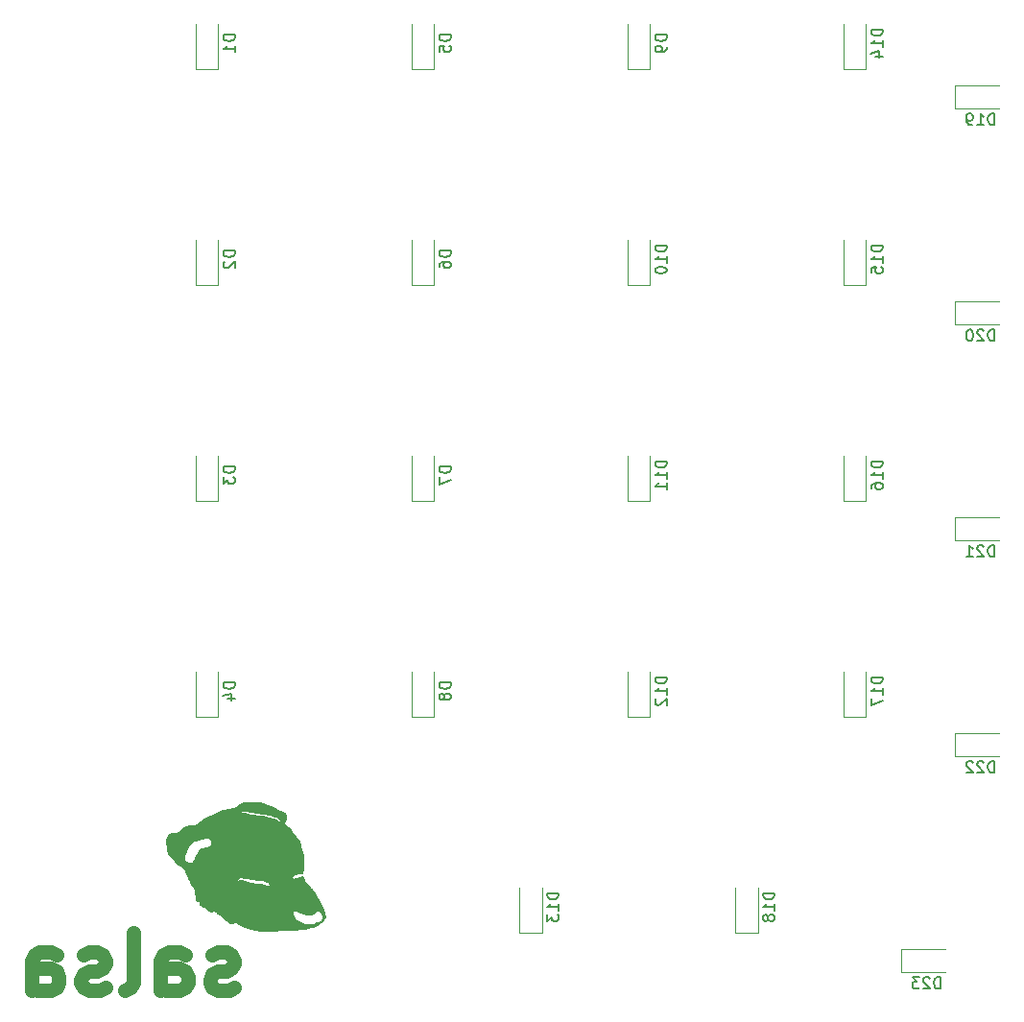
<source format=gbo>
%TF.GenerationSoftware,KiCad,Pcbnew,(5.1.12)-1*%
%TF.CreationDate,2022-01-04T17:29:42-05:00*%
%TF.ProjectId,my-keeb-type-c-modular-1,6d792d6b-6565-4622-9d74-7970652d632d,rev?*%
%TF.SameCoordinates,Original*%
%TF.FileFunction,Legend,Bot*%
%TF.FilePolarity,Positive*%
%FSLAX46Y46*%
G04 Gerber Fmt 4.6, Leading zero omitted, Abs format (unit mm)*
G04 Created by KiCad (PCBNEW (5.1.12)-1) date 2022-01-04 17:29:42*
%MOMM*%
%LPD*%
G01*
G04 APERTURE LIST*
%ADD10C,1.270000*%
%ADD11C,0.010000*%
%ADD12C,0.120000*%
%ADD13C,0.150000*%
%ADD14C,1.750000*%
%ADD15C,2.250000*%
%ADD16C,3.987800*%
%ADD17R,0.900000X1.200000*%
%ADD18R,1.200000X0.900000*%
G04 APERTURE END LIST*
D10*
X41329428Y-115086190D02*
X40845619Y-115328095D01*
X39878000Y-115328095D01*
X39394190Y-115086190D01*
X39152285Y-114602380D01*
X39152285Y-114360476D01*
X39394190Y-113876666D01*
X39878000Y-113634761D01*
X40603714Y-113634761D01*
X41087523Y-113392857D01*
X41329428Y-112909047D01*
X41329428Y-112667142D01*
X41087523Y-112183333D01*
X40603714Y-111941428D01*
X39878000Y-111941428D01*
X39394190Y-112183333D01*
X34798000Y-115328095D02*
X34798000Y-112667142D01*
X35039904Y-112183333D01*
X35523714Y-111941428D01*
X36491333Y-111941428D01*
X36975142Y-112183333D01*
X34798000Y-115086190D02*
X35281809Y-115328095D01*
X36491333Y-115328095D01*
X36975142Y-115086190D01*
X37217047Y-114602380D01*
X37217047Y-114118571D01*
X36975142Y-113634761D01*
X36491333Y-113392857D01*
X35281809Y-113392857D01*
X34798000Y-113150952D01*
X31653238Y-115328095D02*
X32137047Y-115086190D01*
X32378952Y-114602380D01*
X32378952Y-110248095D01*
X29959904Y-115086190D02*
X29476095Y-115328095D01*
X28508476Y-115328095D01*
X28024666Y-115086190D01*
X27782761Y-114602380D01*
X27782761Y-114360476D01*
X28024666Y-113876666D01*
X28508476Y-113634761D01*
X29234190Y-113634761D01*
X29718000Y-113392857D01*
X29959904Y-112909047D01*
X29959904Y-112667142D01*
X29718000Y-112183333D01*
X29234190Y-111941428D01*
X28508476Y-111941428D01*
X28024666Y-112183333D01*
X23428476Y-115328095D02*
X23428476Y-112667142D01*
X23670380Y-112183333D01*
X24154190Y-111941428D01*
X25121809Y-111941428D01*
X25605619Y-112183333D01*
X23428476Y-115086190D02*
X23912285Y-115328095D01*
X25121809Y-115328095D01*
X25605619Y-115086190D01*
X25847523Y-114602380D01*
X25847523Y-114118571D01*
X25605619Y-113634761D01*
X25121809Y-113392857D01*
X23912285Y-113392857D01*
X23428476Y-113150952D01*
D11*
%TO.C,G\u002A\u002A\u002A*%
G36*
X43349460Y-98706776D02*
G01*
X43454882Y-98715457D01*
X43547789Y-98730212D01*
X43635624Y-98752072D01*
X43725830Y-98782072D01*
X43825850Y-98821244D01*
X43884591Y-98845742D01*
X43973879Y-98882677D01*
X44053736Y-98914353D01*
X44112696Y-98936288D01*
X44132500Y-98942698D01*
X44256122Y-98979156D01*
X44391428Y-99022800D01*
X44528243Y-99069993D01*
X44656394Y-99117096D01*
X44765704Y-99160470D01*
X44846001Y-99196478D01*
X44854974Y-99201050D01*
X44944450Y-99252976D01*
X45036385Y-99314581D01*
X45100816Y-99364311D01*
X45191917Y-99429388D01*
X45306485Y-99486706D01*
X45404926Y-99524763D01*
X45564842Y-99584771D01*
X45685530Y-99637724D01*
X45769288Y-99684798D01*
X45818414Y-99727170D01*
X45828128Y-99741620D01*
X45858954Y-99817707D01*
X45885996Y-99916310D01*
X45904585Y-100017621D01*
X45910249Y-100089974D01*
X45904581Y-100148923D01*
X45882842Y-100203555D01*
X45838490Y-100268851D01*
X45824094Y-100287344D01*
X45759250Y-100378309D01*
X45710219Y-100464842D01*
X45682288Y-100536815D01*
X45677835Y-100567445D01*
X45693669Y-100591777D01*
X45735871Y-100633853D01*
X45796737Y-100686296D01*
X45827762Y-100711000D01*
X45944664Y-100808934D01*
X46066668Y-100923351D01*
X46185055Y-101045078D01*
X46291106Y-101164940D01*
X46376103Y-101273765D01*
X46408621Y-101322196D01*
X46460500Y-101397801D01*
X46530496Y-101489426D01*
X46607334Y-101582628D01*
X46648184Y-101629061D01*
X46760480Y-101761111D01*
X46865997Y-101900105D01*
X46958354Y-102036711D01*
X47031169Y-102161597D01*
X47071724Y-102248467D01*
X47093888Y-102316092D01*
X47119202Y-102410829D01*
X47143939Y-102518017D01*
X47157887Y-102587133D01*
X47182396Y-102701770D01*
X47215978Y-102838389D01*
X47253990Y-102978922D01*
X47287660Y-103092250D01*
X47331173Y-103245233D01*
X47364465Y-103397716D01*
X47387848Y-103555725D01*
X47401636Y-103725288D01*
X47406141Y-103912433D01*
X47401676Y-104123187D01*
X47388554Y-104363577D01*
X47367625Y-104633373D01*
X47355422Y-104760037D01*
X47342327Y-104849802D01*
X47325720Y-104908067D01*
X47302981Y-104940232D01*
X47271488Y-104951695D01*
X47228620Y-104947856D01*
X47216242Y-104945234D01*
X47172834Y-104941211D01*
X47114888Y-104947589D01*
X47034693Y-104965844D01*
X46924538Y-104997453D01*
X46892865Y-105007165D01*
X46756138Y-105050839D01*
X46653827Y-105087383D01*
X46579299Y-105120012D01*
X46525921Y-105151945D01*
X46487061Y-105186397D01*
X46463910Y-105215180D01*
X46414966Y-105303717D01*
X46402738Y-105375785D01*
X46424050Y-105429083D01*
X46475724Y-105461308D01*
X46554583Y-105470158D01*
X46657451Y-105453329D01*
X46749402Y-105422085D01*
X46847758Y-105386856D01*
X46971926Y-105349226D01*
X47105934Y-105313603D01*
X47233813Y-105284396D01*
X47281847Y-105275104D01*
X47333388Y-105271405D01*
X47358541Y-105287658D01*
X47363629Y-105299243D01*
X47377091Y-105332419D01*
X47404394Y-105394666D01*
X47441417Y-105476726D01*
X47479240Y-105558999D01*
X47520141Y-105649174D01*
X47553405Y-105726232D01*
X47575428Y-105781572D01*
X47582667Y-105805925D01*
X47597290Y-105827367D01*
X47638012Y-105872914D01*
X47700110Y-105937652D01*
X47778862Y-106016667D01*
X47869544Y-106105044D01*
X47876795Y-106112009D01*
X47984304Y-106216189D01*
X48068325Y-106301194D01*
X48136591Y-106376442D01*
X48196832Y-106451353D01*
X48256780Y-106535342D01*
X48324166Y-106637829D01*
X48377831Y-106722334D01*
X48518298Y-106947789D01*
X48649538Y-107163799D01*
X48768701Y-107365449D01*
X48872938Y-107547828D01*
X48959401Y-107706023D01*
X49025241Y-107835123D01*
X49034615Y-107854750D01*
X49065727Y-107927549D01*
X49103251Y-108025947D01*
X49144715Y-108142251D01*
X49187645Y-108268769D01*
X49229571Y-108397809D01*
X49268018Y-108521679D01*
X49300515Y-108632686D01*
X49324589Y-108723139D01*
X49337769Y-108785346D01*
X49339500Y-108803297D01*
X49327808Y-108850818D01*
X49296755Y-108921248D01*
X49252374Y-109003625D01*
X49200698Y-109086986D01*
X49147760Y-109160369D01*
X49133378Y-109177816D01*
X49071615Y-109237852D01*
X49001032Y-109289654D01*
X48971771Y-109305803D01*
X48917131Y-109337360D01*
X48842426Y-109388100D01*
X48759697Y-109449615D01*
X48715084Y-109485039D01*
X48622458Y-109556357D01*
X48535211Y-109612475D01*
X48443141Y-109657990D01*
X48336046Y-109697495D01*
X48203727Y-109735584D01*
X48102151Y-109761083D01*
X47799108Y-109826082D01*
X47467931Y-109880895D01*
X47105983Y-109925798D01*
X46710622Y-109961071D01*
X46279209Y-109986992D01*
X45809106Y-110003837D01*
X45794084Y-110004213D01*
X45598795Y-110009402D01*
X45401978Y-110015310D01*
X45211284Y-110021659D01*
X45034366Y-110028170D01*
X44878873Y-110034566D01*
X44752458Y-110040570D01*
X44682834Y-110044551D01*
X44504435Y-110053704D01*
X44311648Y-110059653D01*
X44114158Y-110062407D01*
X43921652Y-110061976D01*
X43743816Y-110058368D01*
X43590336Y-110051594D01*
X43486917Y-110043421D01*
X43348162Y-110025728D01*
X43208913Y-110000643D01*
X43059649Y-109965942D01*
X42890853Y-109919401D01*
X42693004Y-109858796D01*
X42682584Y-109855485D01*
X42557971Y-109816751D01*
X42432917Y-109779460D01*
X42319547Y-109747128D01*
X42229987Y-109723266D01*
X42206334Y-109717524D01*
X42047290Y-109669949D01*
X41889962Y-109599969D01*
X41724120Y-109502640D01*
X41631611Y-109439927D01*
X41542690Y-109381860D01*
X41468753Y-109342512D01*
X41417813Y-109326070D01*
X41413256Y-109325834D01*
X41367666Y-109330657D01*
X41294026Y-109343543D01*
X41205311Y-109362114D01*
X41167110Y-109370934D01*
X40977346Y-109416034D01*
X40793947Y-109291559D01*
X40693949Y-109219478D01*
X40586408Y-109135265D01*
X40489756Y-109053543D01*
X40461232Y-109027601D01*
X40385181Y-108959899D01*
X40281998Y-108872911D01*
X40158748Y-108772307D01*
X40022493Y-108663756D01*
X39880300Y-108552929D01*
X39814956Y-108503164D01*
X46444308Y-108503164D01*
X46468390Y-108615160D01*
X46520223Y-108754838D01*
X46555963Y-108834333D01*
X46601574Y-108928872D01*
X46637323Y-108993817D01*
X46670217Y-109038403D01*
X46707261Y-109071862D01*
X46755462Y-109103430D01*
X46763983Y-109108511D01*
X46835110Y-109146909D01*
X46931250Y-109193550D01*
X47044632Y-109245200D01*
X47167487Y-109298629D01*
X47292043Y-109350602D01*
X47410531Y-109397887D01*
X47515179Y-109437253D01*
X47598218Y-109465465D01*
X47651877Y-109479293D01*
X47656750Y-109479911D01*
X47715942Y-109483903D01*
X47802626Y-109487694D01*
X47901962Y-109490684D01*
X47946783Y-109491609D01*
X48033172Y-109492199D01*
X48102302Y-109489044D01*
X48165864Y-109479892D01*
X48235547Y-109462494D01*
X48323041Y-109434600D01*
X48423033Y-109399942D01*
X48597784Y-109336273D01*
X48735988Y-109280420D01*
X48842174Y-109229958D01*
X48920872Y-109182466D01*
X48976610Y-109135518D01*
X49013917Y-109086690D01*
X49016360Y-109082417D01*
X49049328Y-108990671D01*
X49062662Y-108877590D01*
X49058143Y-108753359D01*
X49037553Y-108628161D01*
X49002672Y-108512181D01*
X48955281Y-108415604D01*
X48897161Y-108348613D01*
X48886742Y-108341160D01*
X48773959Y-108288643D01*
X48660593Y-108278429D01*
X48546781Y-108310496D01*
X48432659Y-108384821D01*
X48387000Y-108426333D01*
X48261760Y-108527915D01*
X48120633Y-108606269D01*
X47977113Y-108654374D01*
X47933923Y-108662091D01*
X47862387Y-108661392D01*
X47759958Y-108646189D01*
X47634590Y-108618789D01*
X47494241Y-108581503D01*
X47346867Y-108536639D01*
X47200423Y-108486508D01*
X47062867Y-108433418D01*
X46942155Y-108379679D01*
X46915917Y-108366606D01*
X46824957Y-108326005D01*
X46743039Y-108305957D01*
X46654799Y-108300458D01*
X46578298Y-108301804D01*
X46530692Y-108310153D01*
X46498659Y-108329397D01*
X46477770Y-108352167D01*
X46447571Y-108416338D01*
X46444308Y-108503164D01*
X39814956Y-108503164D01*
X39739231Y-108445493D01*
X39690417Y-108408988D01*
X39593401Y-108352873D01*
X39487980Y-108326631D01*
X39363101Y-108328084D01*
X39313314Y-108334645D01*
X39200860Y-108344146D01*
X39116499Y-108330181D01*
X39051153Y-108289547D01*
X38998547Y-108223526D01*
X38961808Y-108172200D01*
X38917160Y-108125833D01*
X38858261Y-108079987D01*
X38778766Y-108030225D01*
X38672331Y-107972107D01*
X38550690Y-107910199D01*
X38453924Y-107859832D01*
X38370353Y-107812442D01*
X38307736Y-107772717D01*
X38273832Y-107745339D01*
X38270906Y-107741272D01*
X38253773Y-107694741D01*
X38238325Y-107629930D01*
X38235623Y-107614427D01*
X38215367Y-107531987D01*
X38181228Y-107482342D01*
X38124255Y-107456242D01*
X38074514Y-107447937D01*
X38009233Y-107435779D01*
X37971779Y-107413018D01*
X37951879Y-107381294D01*
X37941179Y-107342397D01*
X37927593Y-107269513D01*
X37912395Y-107170783D01*
X37896860Y-107054348D01*
X37885182Y-106955167D01*
X37858417Y-106737489D01*
X37830131Y-106558314D01*
X37799131Y-106413813D01*
X37764224Y-106300158D01*
X37724218Y-106213520D01*
X37677921Y-106150071D01*
X37624138Y-106105980D01*
X37619850Y-106103394D01*
X37587729Y-106082646D01*
X37560448Y-106058549D01*
X37534996Y-106025406D01*
X37508362Y-105977523D01*
X37477536Y-105909206D01*
X37439508Y-105814760D01*
X37391267Y-105688490D01*
X37368416Y-105627739D01*
X37351907Y-105584796D01*
X41550879Y-105584796D01*
X41563555Y-105625717D01*
X41572960Y-105633256D01*
X41603466Y-105636705D01*
X41663801Y-105633170D01*
X41742183Y-105623449D01*
X41761058Y-105620498D01*
X41926362Y-105593653D01*
X42272723Y-105703156D01*
X42493236Y-105769736D01*
X42688689Y-105821024D01*
X42872400Y-105859586D01*
X43057692Y-105887991D01*
X43257883Y-105908803D01*
X43391667Y-105918779D01*
X43570818Y-105932841D01*
X43715578Y-105949798D01*
X43833872Y-105971263D01*
X43933622Y-105998849D01*
X44022753Y-106034169D01*
X44068292Y-106056522D01*
X44180944Y-106099090D01*
X44287826Y-106103480D01*
X44362175Y-106085263D01*
X44412632Y-106052031D01*
X44430018Y-106003898D01*
X44418092Y-105946839D01*
X44380611Y-105886826D01*
X44321334Y-105829833D01*
X44244019Y-105781833D01*
X44152425Y-105748801D01*
X44150151Y-105748258D01*
X44075135Y-105726101D01*
X44009397Y-105699239D01*
X43984334Y-105685065D01*
X43921152Y-105643137D01*
X43865492Y-105612451D01*
X43808585Y-105590916D01*
X43741664Y-105576442D01*
X43655962Y-105566938D01*
X43542712Y-105560314D01*
X43444584Y-105556353D01*
X43296451Y-105549348D01*
X43170026Y-105539209D01*
X43050209Y-105523963D01*
X42921901Y-105501637D01*
X42770003Y-105470256D01*
X42746084Y-105465047D01*
X42551470Y-105426655D01*
X42358637Y-105396373D01*
X42175667Y-105375006D01*
X42010644Y-105363355D01*
X41871652Y-105362225D01*
X41784342Y-105369477D01*
X41706334Y-105391388D01*
X41641708Y-105437800D01*
X41620300Y-105459850D01*
X41570376Y-105527374D01*
X41550879Y-105584796D01*
X37351907Y-105584796D01*
X37269435Y-105370279D01*
X37179763Y-105150915D01*
X37097907Y-104966810D01*
X37022373Y-104815129D01*
X36951668Y-104693035D01*
X36884299Y-104597691D01*
X36818772Y-104526263D01*
X36766259Y-104484151D01*
X36699054Y-104436150D01*
X36621846Y-104377669D01*
X36580497Y-104344907D01*
X36506156Y-104289677D01*
X36425971Y-104237517D01*
X36385500Y-104214582D01*
X36253866Y-104137706D01*
X36155952Y-104059291D01*
X36083549Y-103971967D01*
X36049125Y-103912597D01*
X35990581Y-103814988D01*
X35930074Y-103743978D01*
X36881823Y-103743978D01*
X36886749Y-103783454D01*
X36916516Y-103840521D01*
X36978713Y-103901192D01*
X37064598Y-103959234D01*
X37165427Y-104008411D01*
X37237146Y-104033341D01*
X37359999Y-104063287D01*
X37454948Y-104072474D01*
X37530815Y-104061202D01*
X37570887Y-104044723D01*
X37623047Y-104000987D01*
X37681490Y-103923963D01*
X37741596Y-103821268D01*
X37798746Y-103700518D01*
X37833906Y-103611031D01*
X37870086Y-103523844D01*
X37912275Y-103441232D01*
X37950633Y-103382067D01*
X37999796Y-103310816D01*
X38052904Y-103218935D01*
X38102154Y-103121503D01*
X38139745Y-103033600D01*
X38154298Y-102988450D01*
X38190794Y-102928517D01*
X38268777Y-102872641D01*
X38387568Y-102821115D01*
X38546488Y-102774234D01*
X38744858Y-102732292D01*
X38745584Y-102732161D01*
X38896006Y-102697780D01*
X39030363Y-102653096D01*
X39140263Y-102601492D01*
X39217314Y-102546351D01*
X39224481Y-102539098D01*
X39255032Y-102494671D01*
X39272807Y-102433946D01*
X39281322Y-102354280D01*
X39277541Y-102238709D01*
X39247120Y-102136658D01*
X39185520Y-102037097D01*
X39119330Y-101960780D01*
X39037888Y-101875167D01*
X38874096Y-101875167D01*
X38804152Y-101877033D01*
X38732243Y-101883506D01*
X38652296Y-101895893D01*
X38558237Y-101915503D01*
X38443991Y-101943647D01*
X38303487Y-101981632D01*
X38130649Y-102030769D01*
X38068250Y-102048849D01*
X37933805Y-102088564D01*
X37832682Y-102120497D01*
X37757316Y-102147823D01*
X37700136Y-102173714D01*
X37653574Y-102201343D01*
X37610064Y-102233883D01*
X37592742Y-102248208D01*
X37550958Y-102290190D01*
X37491521Y-102358786D01*
X37420834Y-102445778D01*
X37345300Y-102542945D01*
X37271325Y-102642070D01*
X37205311Y-102734932D01*
X37158553Y-102805480D01*
X37095075Y-102921546D01*
X37035404Y-103058637D01*
X36982044Y-103207739D01*
X36937500Y-103359838D01*
X36904279Y-103505921D01*
X36884885Y-103636972D01*
X36881823Y-103743978D01*
X35930074Y-103743978D01*
X35916927Y-103728549D01*
X35818122Y-103642288D01*
X35766605Y-103603394D01*
X35651695Y-103506756D01*
X35562725Y-103399683D01*
X35486734Y-103266480D01*
X35484359Y-103261584D01*
X35458425Y-103204742D01*
X35437607Y-103149375D01*
X35420146Y-103087607D01*
X35404281Y-103011563D01*
X35388254Y-102913367D01*
X35370306Y-102785144D01*
X35359398Y-102702206D01*
X35342236Y-102560716D01*
X35327364Y-102420289D01*
X35315736Y-102291404D01*
X35308308Y-102184538D01*
X35306000Y-102115970D01*
X35307549Y-102026314D01*
X35314993Y-101959802D01*
X35332526Y-101899641D01*
X35364346Y-101829039D01*
X35390546Y-101777565D01*
X35433228Y-101698234D01*
X35472809Y-101630135D01*
X35502516Y-101584751D01*
X35508887Y-101576841D01*
X35566482Y-101529236D01*
X35644990Y-101494052D01*
X35750819Y-101469383D01*
X35890382Y-101453321D01*
X35934804Y-101450206D01*
X36041256Y-101442071D01*
X36128476Y-101430089D01*
X36204229Y-101410553D01*
X36276282Y-101379759D01*
X36352400Y-101334000D01*
X36440351Y-101269571D01*
X36547899Y-101182766D01*
X36618334Y-101124046D01*
X36739637Y-101023349D01*
X36838021Y-100946476D01*
X36922688Y-100889676D01*
X37002839Y-100849199D01*
X37087676Y-100821295D01*
X37186401Y-100802213D01*
X37308216Y-100788203D01*
X37462322Y-100775514D01*
X37476070Y-100774463D01*
X37628956Y-100761311D01*
X37748738Y-100745823D01*
X37844629Y-100724447D01*
X37925839Y-100693631D01*
X38001582Y-100649823D01*
X38081070Y-100589471D01*
X38173513Y-100509023D01*
X38180252Y-100502958D01*
X38294373Y-100401014D01*
X38390681Y-100318389D01*
X38476590Y-100250621D01*
X38559511Y-100193244D01*
X38646859Y-100141796D01*
X38746046Y-100091813D01*
X38864484Y-100038832D01*
X39009588Y-99978388D01*
X39137167Y-99926763D01*
X39275634Y-99869315D01*
X39435624Y-99800180D01*
X39600783Y-99726585D01*
X39754759Y-99655753D01*
X39813188Y-99628075D01*
X39985276Y-99547463D01*
X41708528Y-99547463D01*
X41720411Y-99560716D01*
X41762119Y-99574063D01*
X41777894Y-99577178D01*
X41881703Y-99597366D01*
X42003509Y-99624323D01*
X42134346Y-99655711D01*
X42265246Y-99689192D01*
X42387241Y-99722427D01*
X42491364Y-99753079D01*
X42568648Y-99778809D01*
X42599393Y-99791378D01*
X42640447Y-99809325D01*
X42683093Y-99823187D01*
X42734378Y-99833912D01*
X42801350Y-99842450D01*
X42891056Y-99849748D01*
X43010545Y-99856756D01*
X43128559Y-99862613D01*
X43263059Y-99870024D01*
X43387592Y-99878757D01*
X43494246Y-99888109D01*
X43575108Y-99897380D01*
X43622262Y-99905868D01*
X43624500Y-99906543D01*
X43679243Y-99919257D01*
X43761646Y-99932693D01*
X43857142Y-99944599D01*
X43894802Y-99948342D01*
X43996280Y-99959551D01*
X44069292Y-99973768D01*
X44127697Y-99994915D01*
X44185352Y-100026914D01*
X44195818Y-100033550D01*
X44265778Y-100073665D01*
X44317911Y-100089845D01*
X44363411Y-100087006D01*
X44422163Y-100085490D01*
X44506003Y-100097989D01*
X44606138Y-100121553D01*
X44713775Y-100153234D01*
X44820122Y-100190085D01*
X44916385Y-100229157D01*
X44993773Y-100267502D01*
X45043491Y-100302172D01*
X45056122Y-100319269D01*
X45078566Y-100340943D01*
X45128426Y-100374985D01*
X45195003Y-100415337D01*
X45267599Y-100455943D01*
X45335517Y-100490747D01*
X45388058Y-100513693D01*
X45409712Y-100519442D01*
X45408022Y-100502693D01*
X45389255Y-100456682D01*
X45356827Y-100389193D01*
X45328871Y-100335292D01*
X45280911Y-100250136D01*
X45233896Y-100175002D01*
X45194923Y-100120884D01*
X45179887Y-100104422D01*
X45106475Y-100055261D01*
X44994592Y-100004373D01*
X44848014Y-99952686D01*
X44670519Y-99901123D01*
X44465886Y-99850611D01*
X44237893Y-99802075D01*
X43990317Y-99756440D01*
X43726937Y-99714632D01*
X43451530Y-99677576D01*
X43423417Y-99674161D01*
X43283273Y-99655595D01*
X43134425Y-99633007D01*
X42992377Y-99608923D01*
X42872635Y-99585869D01*
X42845408Y-99579985D01*
X42615798Y-99531176D01*
X42418964Y-99494510D01*
X42257120Y-99470348D01*
X42132480Y-99459050D01*
X42098849Y-99458203D01*
X42028364Y-99462852D01*
X41944604Y-99475317D01*
X41859099Y-99492960D01*
X41783375Y-99513145D01*
X41728962Y-99533237D01*
X41708528Y-99547463D01*
X39985276Y-99547463D01*
X39987343Y-99546495D01*
X40131847Y-99483432D01*
X40253817Y-99436424D01*
X40360372Y-99403005D01*
X40458628Y-99380713D01*
X40555703Y-99367084D01*
X40571689Y-99365535D01*
X40654399Y-99353931D01*
X40761028Y-99333333D01*
X40875012Y-99307132D01*
X40940239Y-99290078D01*
X41046116Y-99262554D01*
X41150023Y-99238446D01*
X41237428Y-99220989D01*
X41278906Y-99214694D01*
X41403607Y-99180932D01*
X41532339Y-99109976D01*
X41658587Y-99005627D01*
X41687750Y-98976082D01*
X41754857Y-98913341D01*
X41829235Y-98861127D01*
X41915352Y-98818434D01*
X42017673Y-98784258D01*
X42140665Y-98757591D01*
X42288794Y-98737430D01*
X42466525Y-98722768D01*
X42678326Y-98712600D01*
X42883667Y-98706843D01*
X43071295Y-98703502D01*
X43224079Y-98703135D01*
X43349460Y-98706776D01*
G37*
X43349460Y-98706776D02*
X43454882Y-98715457D01*
X43547789Y-98730212D01*
X43635624Y-98752072D01*
X43725830Y-98782072D01*
X43825850Y-98821244D01*
X43884591Y-98845742D01*
X43973879Y-98882677D01*
X44053736Y-98914353D01*
X44112696Y-98936288D01*
X44132500Y-98942698D01*
X44256122Y-98979156D01*
X44391428Y-99022800D01*
X44528243Y-99069993D01*
X44656394Y-99117096D01*
X44765704Y-99160470D01*
X44846001Y-99196478D01*
X44854974Y-99201050D01*
X44944450Y-99252976D01*
X45036385Y-99314581D01*
X45100816Y-99364311D01*
X45191917Y-99429388D01*
X45306485Y-99486706D01*
X45404926Y-99524763D01*
X45564842Y-99584771D01*
X45685530Y-99637724D01*
X45769288Y-99684798D01*
X45818414Y-99727170D01*
X45828128Y-99741620D01*
X45858954Y-99817707D01*
X45885996Y-99916310D01*
X45904585Y-100017621D01*
X45910249Y-100089974D01*
X45904581Y-100148923D01*
X45882842Y-100203555D01*
X45838490Y-100268851D01*
X45824094Y-100287344D01*
X45759250Y-100378309D01*
X45710219Y-100464842D01*
X45682288Y-100536815D01*
X45677835Y-100567445D01*
X45693669Y-100591777D01*
X45735871Y-100633853D01*
X45796737Y-100686296D01*
X45827762Y-100711000D01*
X45944664Y-100808934D01*
X46066668Y-100923351D01*
X46185055Y-101045078D01*
X46291106Y-101164940D01*
X46376103Y-101273765D01*
X46408621Y-101322196D01*
X46460500Y-101397801D01*
X46530496Y-101489426D01*
X46607334Y-101582628D01*
X46648184Y-101629061D01*
X46760480Y-101761111D01*
X46865997Y-101900105D01*
X46958354Y-102036711D01*
X47031169Y-102161597D01*
X47071724Y-102248467D01*
X47093888Y-102316092D01*
X47119202Y-102410829D01*
X47143939Y-102518017D01*
X47157887Y-102587133D01*
X47182396Y-102701770D01*
X47215978Y-102838389D01*
X47253990Y-102978922D01*
X47287660Y-103092250D01*
X47331173Y-103245233D01*
X47364465Y-103397716D01*
X47387848Y-103555725D01*
X47401636Y-103725288D01*
X47406141Y-103912433D01*
X47401676Y-104123187D01*
X47388554Y-104363577D01*
X47367625Y-104633373D01*
X47355422Y-104760037D01*
X47342327Y-104849802D01*
X47325720Y-104908067D01*
X47302981Y-104940232D01*
X47271488Y-104951695D01*
X47228620Y-104947856D01*
X47216242Y-104945234D01*
X47172834Y-104941211D01*
X47114888Y-104947589D01*
X47034693Y-104965844D01*
X46924538Y-104997453D01*
X46892865Y-105007165D01*
X46756138Y-105050839D01*
X46653827Y-105087383D01*
X46579299Y-105120012D01*
X46525921Y-105151945D01*
X46487061Y-105186397D01*
X46463910Y-105215180D01*
X46414966Y-105303717D01*
X46402738Y-105375785D01*
X46424050Y-105429083D01*
X46475724Y-105461308D01*
X46554583Y-105470158D01*
X46657451Y-105453329D01*
X46749402Y-105422085D01*
X46847758Y-105386856D01*
X46971926Y-105349226D01*
X47105934Y-105313603D01*
X47233813Y-105284396D01*
X47281847Y-105275104D01*
X47333388Y-105271405D01*
X47358541Y-105287658D01*
X47363629Y-105299243D01*
X47377091Y-105332419D01*
X47404394Y-105394666D01*
X47441417Y-105476726D01*
X47479240Y-105558999D01*
X47520141Y-105649174D01*
X47553405Y-105726232D01*
X47575428Y-105781572D01*
X47582667Y-105805925D01*
X47597290Y-105827367D01*
X47638012Y-105872914D01*
X47700110Y-105937652D01*
X47778862Y-106016667D01*
X47869544Y-106105044D01*
X47876795Y-106112009D01*
X47984304Y-106216189D01*
X48068325Y-106301194D01*
X48136591Y-106376442D01*
X48196832Y-106451353D01*
X48256780Y-106535342D01*
X48324166Y-106637829D01*
X48377831Y-106722334D01*
X48518298Y-106947789D01*
X48649538Y-107163799D01*
X48768701Y-107365449D01*
X48872938Y-107547828D01*
X48959401Y-107706023D01*
X49025241Y-107835123D01*
X49034615Y-107854750D01*
X49065727Y-107927549D01*
X49103251Y-108025947D01*
X49144715Y-108142251D01*
X49187645Y-108268769D01*
X49229571Y-108397809D01*
X49268018Y-108521679D01*
X49300515Y-108632686D01*
X49324589Y-108723139D01*
X49337769Y-108785346D01*
X49339500Y-108803297D01*
X49327808Y-108850818D01*
X49296755Y-108921248D01*
X49252374Y-109003625D01*
X49200698Y-109086986D01*
X49147760Y-109160369D01*
X49133378Y-109177816D01*
X49071615Y-109237852D01*
X49001032Y-109289654D01*
X48971771Y-109305803D01*
X48917131Y-109337360D01*
X48842426Y-109388100D01*
X48759697Y-109449615D01*
X48715084Y-109485039D01*
X48622458Y-109556357D01*
X48535211Y-109612475D01*
X48443141Y-109657990D01*
X48336046Y-109697495D01*
X48203727Y-109735584D01*
X48102151Y-109761083D01*
X47799108Y-109826082D01*
X47467931Y-109880895D01*
X47105983Y-109925798D01*
X46710622Y-109961071D01*
X46279209Y-109986992D01*
X45809106Y-110003837D01*
X45794084Y-110004213D01*
X45598795Y-110009402D01*
X45401978Y-110015310D01*
X45211284Y-110021659D01*
X45034366Y-110028170D01*
X44878873Y-110034566D01*
X44752458Y-110040570D01*
X44682834Y-110044551D01*
X44504435Y-110053704D01*
X44311648Y-110059653D01*
X44114158Y-110062407D01*
X43921652Y-110061976D01*
X43743816Y-110058368D01*
X43590336Y-110051594D01*
X43486917Y-110043421D01*
X43348162Y-110025728D01*
X43208913Y-110000643D01*
X43059649Y-109965942D01*
X42890853Y-109919401D01*
X42693004Y-109858796D01*
X42682584Y-109855485D01*
X42557971Y-109816751D01*
X42432917Y-109779460D01*
X42319547Y-109747128D01*
X42229987Y-109723266D01*
X42206334Y-109717524D01*
X42047290Y-109669949D01*
X41889962Y-109599969D01*
X41724120Y-109502640D01*
X41631611Y-109439927D01*
X41542690Y-109381860D01*
X41468753Y-109342512D01*
X41417813Y-109326070D01*
X41413256Y-109325834D01*
X41367666Y-109330657D01*
X41294026Y-109343543D01*
X41205311Y-109362114D01*
X41167110Y-109370934D01*
X40977346Y-109416034D01*
X40793947Y-109291559D01*
X40693949Y-109219478D01*
X40586408Y-109135265D01*
X40489756Y-109053543D01*
X40461232Y-109027601D01*
X40385181Y-108959899D01*
X40281998Y-108872911D01*
X40158748Y-108772307D01*
X40022493Y-108663756D01*
X39880300Y-108552929D01*
X39814956Y-108503164D01*
X46444308Y-108503164D01*
X46468390Y-108615160D01*
X46520223Y-108754838D01*
X46555963Y-108834333D01*
X46601574Y-108928872D01*
X46637323Y-108993817D01*
X46670217Y-109038403D01*
X46707261Y-109071862D01*
X46755462Y-109103430D01*
X46763983Y-109108511D01*
X46835110Y-109146909D01*
X46931250Y-109193550D01*
X47044632Y-109245200D01*
X47167487Y-109298629D01*
X47292043Y-109350602D01*
X47410531Y-109397887D01*
X47515179Y-109437253D01*
X47598218Y-109465465D01*
X47651877Y-109479293D01*
X47656750Y-109479911D01*
X47715942Y-109483903D01*
X47802626Y-109487694D01*
X47901962Y-109490684D01*
X47946783Y-109491609D01*
X48033172Y-109492199D01*
X48102302Y-109489044D01*
X48165864Y-109479892D01*
X48235547Y-109462494D01*
X48323041Y-109434600D01*
X48423033Y-109399942D01*
X48597784Y-109336273D01*
X48735988Y-109280420D01*
X48842174Y-109229958D01*
X48920872Y-109182466D01*
X48976610Y-109135518D01*
X49013917Y-109086690D01*
X49016360Y-109082417D01*
X49049328Y-108990671D01*
X49062662Y-108877590D01*
X49058143Y-108753359D01*
X49037553Y-108628161D01*
X49002672Y-108512181D01*
X48955281Y-108415604D01*
X48897161Y-108348613D01*
X48886742Y-108341160D01*
X48773959Y-108288643D01*
X48660593Y-108278429D01*
X48546781Y-108310496D01*
X48432659Y-108384821D01*
X48387000Y-108426333D01*
X48261760Y-108527915D01*
X48120633Y-108606269D01*
X47977113Y-108654374D01*
X47933923Y-108662091D01*
X47862387Y-108661392D01*
X47759958Y-108646189D01*
X47634590Y-108618789D01*
X47494241Y-108581503D01*
X47346867Y-108536639D01*
X47200423Y-108486508D01*
X47062867Y-108433418D01*
X46942155Y-108379679D01*
X46915917Y-108366606D01*
X46824957Y-108326005D01*
X46743039Y-108305957D01*
X46654799Y-108300458D01*
X46578298Y-108301804D01*
X46530692Y-108310153D01*
X46498659Y-108329397D01*
X46477770Y-108352167D01*
X46447571Y-108416338D01*
X46444308Y-108503164D01*
X39814956Y-108503164D01*
X39739231Y-108445493D01*
X39690417Y-108408988D01*
X39593401Y-108352873D01*
X39487980Y-108326631D01*
X39363101Y-108328084D01*
X39313314Y-108334645D01*
X39200860Y-108344146D01*
X39116499Y-108330181D01*
X39051153Y-108289547D01*
X38998547Y-108223526D01*
X38961808Y-108172200D01*
X38917160Y-108125833D01*
X38858261Y-108079987D01*
X38778766Y-108030225D01*
X38672331Y-107972107D01*
X38550690Y-107910199D01*
X38453924Y-107859832D01*
X38370353Y-107812442D01*
X38307736Y-107772717D01*
X38273832Y-107745339D01*
X38270906Y-107741272D01*
X38253773Y-107694741D01*
X38238325Y-107629930D01*
X38235623Y-107614427D01*
X38215367Y-107531987D01*
X38181228Y-107482342D01*
X38124255Y-107456242D01*
X38074514Y-107447937D01*
X38009233Y-107435779D01*
X37971779Y-107413018D01*
X37951879Y-107381294D01*
X37941179Y-107342397D01*
X37927593Y-107269513D01*
X37912395Y-107170783D01*
X37896860Y-107054348D01*
X37885182Y-106955167D01*
X37858417Y-106737489D01*
X37830131Y-106558314D01*
X37799131Y-106413813D01*
X37764224Y-106300158D01*
X37724218Y-106213520D01*
X37677921Y-106150071D01*
X37624138Y-106105980D01*
X37619850Y-106103394D01*
X37587729Y-106082646D01*
X37560448Y-106058549D01*
X37534996Y-106025406D01*
X37508362Y-105977523D01*
X37477536Y-105909206D01*
X37439508Y-105814760D01*
X37391267Y-105688490D01*
X37368416Y-105627739D01*
X37351907Y-105584796D01*
X41550879Y-105584796D01*
X41563555Y-105625717D01*
X41572960Y-105633256D01*
X41603466Y-105636705D01*
X41663801Y-105633170D01*
X41742183Y-105623449D01*
X41761058Y-105620498D01*
X41926362Y-105593653D01*
X42272723Y-105703156D01*
X42493236Y-105769736D01*
X42688689Y-105821024D01*
X42872400Y-105859586D01*
X43057692Y-105887991D01*
X43257883Y-105908803D01*
X43391667Y-105918779D01*
X43570818Y-105932841D01*
X43715578Y-105949798D01*
X43833872Y-105971263D01*
X43933622Y-105998849D01*
X44022753Y-106034169D01*
X44068292Y-106056522D01*
X44180944Y-106099090D01*
X44287826Y-106103480D01*
X44362175Y-106085263D01*
X44412632Y-106052031D01*
X44430018Y-106003898D01*
X44418092Y-105946839D01*
X44380611Y-105886826D01*
X44321334Y-105829833D01*
X44244019Y-105781833D01*
X44152425Y-105748801D01*
X44150151Y-105748258D01*
X44075135Y-105726101D01*
X44009397Y-105699239D01*
X43984334Y-105685065D01*
X43921152Y-105643137D01*
X43865492Y-105612451D01*
X43808585Y-105590916D01*
X43741664Y-105576442D01*
X43655962Y-105566938D01*
X43542712Y-105560314D01*
X43444584Y-105556353D01*
X43296451Y-105549348D01*
X43170026Y-105539209D01*
X43050209Y-105523963D01*
X42921901Y-105501637D01*
X42770003Y-105470256D01*
X42746084Y-105465047D01*
X42551470Y-105426655D01*
X42358637Y-105396373D01*
X42175667Y-105375006D01*
X42010644Y-105363355D01*
X41871652Y-105362225D01*
X41784342Y-105369477D01*
X41706334Y-105391388D01*
X41641708Y-105437800D01*
X41620300Y-105459850D01*
X41570376Y-105527374D01*
X41550879Y-105584796D01*
X37351907Y-105584796D01*
X37269435Y-105370279D01*
X37179763Y-105150915D01*
X37097907Y-104966810D01*
X37022373Y-104815129D01*
X36951668Y-104693035D01*
X36884299Y-104597691D01*
X36818772Y-104526263D01*
X36766259Y-104484151D01*
X36699054Y-104436150D01*
X36621846Y-104377669D01*
X36580497Y-104344907D01*
X36506156Y-104289677D01*
X36425971Y-104237517D01*
X36385500Y-104214582D01*
X36253866Y-104137706D01*
X36155952Y-104059291D01*
X36083549Y-103971967D01*
X36049125Y-103912597D01*
X35990581Y-103814988D01*
X35930074Y-103743978D01*
X36881823Y-103743978D01*
X36886749Y-103783454D01*
X36916516Y-103840521D01*
X36978713Y-103901192D01*
X37064598Y-103959234D01*
X37165427Y-104008411D01*
X37237146Y-104033341D01*
X37359999Y-104063287D01*
X37454948Y-104072474D01*
X37530815Y-104061202D01*
X37570887Y-104044723D01*
X37623047Y-104000987D01*
X37681490Y-103923963D01*
X37741596Y-103821268D01*
X37798746Y-103700518D01*
X37833906Y-103611031D01*
X37870086Y-103523844D01*
X37912275Y-103441232D01*
X37950633Y-103382067D01*
X37999796Y-103310816D01*
X38052904Y-103218935D01*
X38102154Y-103121503D01*
X38139745Y-103033600D01*
X38154298Y-102988450D01*
X38190794Y-102928517D01*
X38268777Y-102872641D01*
X38387568Y-102821115D01*
X38546488Y-102774234D01*
X38744858Y-102732292D01*
X38745584Y-102732161D01*
X38896006Y-102697780D01*
X39030363Y-102653096D01*
X39140263Y-102601492D01*
X39217314Y-102546351D01*
X39224481Y-102539098D01*
X39255032Y-102494671D01*
X39272807Y-102433946D01*
X39281322Y-102354280D01*
X39277541Y-102238709D01*
X39247120Y-102136658D01*
X39185520Y-102037097D01*
X39119330Y-101960780D01*
X39037888Y-101875167D01*
X38874096Y-101875167D01*
X38804152Y-101877033D01*
X38732243Y-101883506D01*
X38652296Y-101895893D01*
X38558237Y-101915503D01*
X38443991Y-101943647D01*
X38303487Y-101981632D01*
X38130649Y-102030769D01*
X38068250Y-102048849D01*
X37933805Y-102088564D01*
X37832682Y-102120497D01*
X37757316Y-102147823D01*
X37700136Y-102173714D01*
X37653574Y-102201343D01*
X37610064Y-102233883D01*
X37592742Y-102248208D01*
X37550958Y-102290190D01*
X37491521Y-102358786D01*
X37420834Y-102445778D01*
X37345300Y-102542945D01*
X37271325Y-102642070D01*
X37205311Y-102734932D01*
X37158553Y-102805480D01*
X37095075Y-102921546D01*
X37035404Y-103058637D01*
X36982044Y-103207739D01*
X36937500Y-103359838D01*
X36904279Y-103505921D01*
X36884885Y-103636972D01*
X36881823Y-103743978D01*
X35930074Y-103743978D01*
X35916927Y-103728549D01*
X35818122Y-103642288D01*
X35766605Y-103603394D01*
X35651695Y-103506756D01*
X35562725Y-103399683D01*
X35486734Y-103266480D01*
X35484359Y-103261584D01*
X35458425Y-103204742D01*
X35437607Y-103149375D01*
X35420146Y-103087607D01*
X35404281Y-103011563D01*
X35388254Y-102913367D01*
X35370306Y-102785144D01*
X35359398Y-102702206D01*
X35342236Y-102560716D01*
X35327364Y-102420289D01*
X35315736Y-102291404D01*
X35308308Y-102184538D01*
X35306000Y-102115970D01*
X35307549Y-102026314D01*
X35314993Y-101959802D01*
X35332526Y-101899641D01*
X35364346Y-101829039D01*
X35390546Y-101777565D01*
X35433228Y-101698234D01*
X35472809Y-101630135D01*
X35502516Y-101584751D01*
X35508887Y-101576841D01*
X35566482Y-101529236D01*
X35644990Y-101494052D01*
X35750819Y-101469383D01*
X35890382Y-101453321D01*
X35934804Y-101450206D01*
X36041256Y-101442071D01*
X36128476Y-101430089D01*
X36204229Y-101410553D01*
X36276282Y-101379759D01*
X36352400Y-101334000D01*
X36440351Y-101269571D01*
X36547899Y-101182766D01*
X36618334Y-101124046D01*
X36739637Y-101023349D01*
X36838021Y-100946476D01*
X36922688Y-100889676D01*
X37002839Y-100849199D01*
X37087676Y-100821295D01*
X37186401Y-100802213D01*
X37308216Y-100788203D01*
X37462322Y-100775514D01*
X37476070Y-100774463D01*
X37628956Y-100761311D01*
X37748738Y-100745823D01*
X37844629Y-100724447D01*
X37925839Y-100693631D01*
X38001582Y-100649823D01*
X38081070Y-100589471D01*
X38173513Y-100509023D01*
X38180252Y-100502958D01*
X38294373Y-100401014D01*
X38390681Y-100318389D01*
X38476590Y-100250621D01*
X38559511Y-100193244D01*
X38646859Y-100141796D01*
X38746046Y-100091813D01*
X38864484Y-100038832D01*
X39009588Y-99978388D01*
X39137167Y-99926763D01*
X39275634Y-99869315D01*
X39435624Y-99800180D01*
X39600783Y-99726585D01*
X39754759Y-99655753D01*
X39813188Y-99628075D01*
X39985276Y-99547463D01*
X41708528Y-99547463D01*
X41720411Y-99560716D01*
X41762119Y-99574063D01*
X41777894Y-99577178D01*
X41881703Y-99597366D01*
X42003509Y-99624323D01*
X42134346Y-99655711D01*
X42265246Y-99689192D01*
X42387241Y-99722427D01*
X42491364Y-99753079D01*
X42568648Y-99778809D01*
X42599393Y-99791378D01*
X42640447Y-99809325D01*
X42683093Y-99823187D01*
X42734378Y-99833912D01*
X42801350Y-99842450D01*
X42891056Y-99849748D01*
X43010545Y-99856756D01*
X43128559Y-99862613D01*
X43263059Y-99870024D01*
X43387592Y-99878757D01*
X43494246Y-99888109D01*
X43575108Y-99897380D01*
X43622262Y-99905868D01*
X43624500Y-99906543D01*
X43679243Y-99919257D01*
X43761646Y-99932693D01*
X43857142Y-99944599D01*
X43894802Y-99948342D01*
X43996280Y-99959551D01*
X44069292Y-99973768D01*
X44127697Y-99994915D01*
X44185352Y-100026914D01*
X44195818Y-100033550D01*
X44265778Y-100073665D01*
X44317911Y-100089845D01*
X44363411Y-100087006D01*
X44422163Y-100085490D01*
X44506003Y-100097989D01*
X44606138Y-100121553D01*
X44713775Y-100153234D01*
X44820122Y-100190085D01*
X44916385Y-100229157D01*
X44993773Y-100267502D01*
X45043491Y-100302172D01*
X45056122Y-100319269D01*
X45078566Y-100340943D01*
X45128426Y-100374985D01*
X45195003Y-100415337D01*
X45267599Y-100455943D01*
X45335517Y-100490747D01*
X45388058Y-100513693D01*
X45409712Y-100519442D01*
X45408022Y-100502693D01*
X45389255Y-100456682D01*
X45356827Y-100389193D01*
X45328871Y-100335292D01*
X45280911Y-100250136D01*
X45233896Y-100175002D01*
X45194923Y-100120884D01*
X45179887Y-100104422D01*
X45106475Y-100055261D01*
X44994592Y-100004373D01*
X44848014Y-99952686D01*
X44670519Y-99901123D01*
X44465886Y-99850611D01*
X44237893Y-99802075D01*
X43990317Y-99756440D01*
X43726937Y-99714632D01*
X43451530Y-99677576D01*
X43423417Y-99674161D01*
X43283273Y-99655595D01*
X43134425Y-99633007D01*
X42992377Y-99608923D01*
X42872635Y-99585869D01*
X42845408Y-99579985D01*
X42615798Y-99531176D01*
X42418964Y-99494510D01*
X42257120Y-99470348D01*
X42132480Y-99459050D01*
X42098849Y-99458203D01*
X42028364Y-99462852D01*
X41944604Y-99475317D01*
X41859099Y-99492960D01*
X41783375Y-99513145D01*
X41728962Y-99533237D01*
X41708528Y-99547463D01*
X39985276Y-99547463D01*
X39987343Y-99546495D01*
X40131847Y-99483432D01*
X40253817Y-99436424D01*
X40360372Y-99403005D01*
X40458628Y-99380713D01*
X40555703Y-99367084D01*
X40571689Y-99365535D01*
X40654399Y-99353931D01*
X40761028Y-99333333D01*
X40875012Y-99307132D01*
X40940239Y-99290078D01*
X41046116Y-99262554D01*
X41150023Y-99238446D01*
X41237428Y-99220989D01*
X41278906Y-99214694D01*
X41403607Y-99180932D01*
X41532339Y-99109976D01*
X41658587Y-99005627D01*
X41687750Y-98976082D01*
X41754857Y-98913341D01*
X41829235Y-98861127D01*
X41915352Y-98818434D01*
X42017673Y-98784258D01*
X42140665Y-98757591D01*
X42288794Y-98737430D01*
X42466525Y-98722768D01*
X42678326Y-98712600D01*
X42883667Y-98706843D01*
X43071295Y-98703502D01*
X43224079Y-98703135D01*
X43349460Y-98706776D01*
D12*
%TO.C,D23*%
X100143750Y-113712500D02*
X104043750Y-113712500D01*
X100143750Y-111712500D02*
X104043750Y-111712500D01*
X100143750Y-113712500D02*
X100143750Y-111712500D01*
%TO.C,D22*%
X104906250Y-94662500D02*
X108806250Y-94662500D01*
X104906250Y-92662500D02*
X108806250Y-92662500D01*
X104906250Y-94662500D02*
X104906250Y-92662500D01*
%TO.C,D21*%
X104906250Y-75612500D02*
X108806250Y-75612500D01*
X104906250Y-73612500D02*
X108806250Y-73612500D01*
X104906250Y-75612500D02*
X104906250Y-73612500D01*
%TO.C,D20*%
X104906250Y-56562500D02*
X108806250Y-56562500D01*
X104906250Y-54562500D02*
X108806250Y-54562500D01*
X104906250Y-56562500D02*
X104906250Y-54562500D01*
%TO.C,D19*%
X104906250Y-37512500D02*
X108806250Y-37512500D01*
X104906250Y-35512500D02*
X108806250Y-35512500D01*
X104906250Y-37512500D02*
X104906250Y-35512500D01*
%TO.C,D18*%
X87518750Y-110200000D02*
X87518750Y-106300000D01*
X85518750Y-110200000D02*
X85518750Y-106300000D01*
X87518750Y-110200000D02*
X85518750Y-110200000D01*
%TO.C,D17*%
X97043750Y-91150000D02*
X97043750Y-87250000D01*
X95043750Y-91150000D02*
X95043750Y-87250000D01*
X97043750Y-91150000D02*
X95043750Y-91150000D01*
%TO.C,D16*%
X97043750Y-72100000D02*
X97043750Y-68200000D01*
X95043750Y-72100000D02*
X95043750Y-68200000D01*
X97043750Y-72100000D02*
X95043750Y-72100000D01*
%TO.C,D15*%
X97043750Y-53050000D02*
X97043750Y-49150000D01*
X95043750Y-53050000D02*
X95043750Y-49150000D01*
X97043750Y-53050000D02*
X95043750Y-53050000D01*
%TO.C,D14*%
X97043750Y-34000000D02*
X97043750Y-30100000D01*
X95043750Y-34000000D02*
X95043750Y-30100000D01*
X97043750Y-34000000D02*
X95043750Y-34000000D01*
%TO.C,D13*%
X68468750Y-110200000D02*
X68468750Y-106300000D01*
X66468750Y-110200000D02*
X66468750Y-106300000D01*
X68468750Y-110200000D02*
X66468750Y-110200000D01*
%TO.C,D12*%
X77993750Y-91150000D02*
X77993750Y-87250000D01*
X75993750Y-91150000D02*
X75993750Y-87250000D01*
X77993750Y-91150000D02*
X75993750Y-91150000D01*
%TO.C,D11*%
X77993750Y-72100000D02*
X77993750Y-68200000D01*
X75993750Y-72100000D02*
X75993750Y-68200000D01*
X77993750Y-72100000D02*
X75993750Y-72100000D01*
%TO.C,D10*%
X77993750Y-53050000D02*
X77993750Y-49150000D01*
X75993750Y-53050000D02*
X75993750Y-49150000D01*
X77993750Y-53050000D02*
X75993750Y-53050000D01*
%TO.C,D9*%
X77993750Y-34000000D02*
X77993750Y-30100000D01*
X75993750Y-34000000D02*
X75993750Y-30100000D01*
X77993750Y-34000000D02*
X75993750Y-34000000D01*
%TO.C,D8*%
X58943750Y-91150000D02*
X58943750Y-87250000D01*
X56943750Y-91150000D02*
X56943750Y-87250000D01*
X58943750Y-91150000D02*
X56943750Y-91150000D01*
%TO.C,D7*%
X58943750Y-72100000D02*
X58943750Y-68200000D01*
X56943750Y-72100000D02*
X56943750Y-68200000D01*
X58943750Y-72100000D02*
X56943750Y-72100000D01*
%TO.C,D6*%
X58943750Y-53050000D02*
X58943750Y-49150000D01*
X56943750Y-53050000D02*
X56943750Y-49150000D01*
X58943750Y-53050000D02*
X56943750Y-53050000D01*
%TO.C,D5*%
X58943750Y-34000000D02*
X58943750Y-30100000D01*
X56943750Y-34000000D02*
X56943750Y-30100000D01*
X58943750Y-34000000D02*
X56943750Y-34000000D01*
%TO.C,D4*%
X39893750Y-91150000D02*
X39893750Y-87250000D01*
X37893750Y-91150000D02*
X37893750Y-87250000D01*
X39893750Y-91150000D02*
X37893750Y-91150000D01*
%TO.C,D3*%
X39893750Y-72100000D02*
X39893750Y-68200000D01*
X37893750Y-72100000D02*
X37893750Y-68200000D01*
X39893750Y-72100000D02*
X37893750Y-72100000D01*
%TO.C,D2*%
X39893750Y-53050000D02*
X39893750Y-49150000D01*
X37893750Y-53050000D02*
X37893750Y-49150000D01*
X39893750Y-53050000D02*
X37893750Y-53050000D01*
%TO.C,D1*%
X39893750Y-34000000D02*
X39893750Y-30100000D01*
X37893750Y-34000000D02*
X37893750Y-30100000D01*
X39893750Y-34000000D02*
X37893750Y-34000000D01*
%TO.C,D23*%
D13*
X103608035Y-115164880D02*
X103608035Y-114164880D01*
X103369940Y-114164880D01*
X103227083Y-114212500D01*
X103131845Y-114307738D01*
X103084226Y-114402976D01*
X103036607Y-114593452D01*
X103036607Y-114736309D01*
X103084226Y-114926785D01*
X103131845Y-115022023D01*
X103227083Y-115117261D01*
X103369940Y-115164880D01*
X103608035Y-115164880D01*
X102655654Y-114260119D02*
X102608035Y-114212500D01*
X102512797Y-114164880D01*
X102274702Y-114164880D01*
X102179464Y-114212500D01*
X102131845Y-114260119D01*
X102084226Y-114355357D01*
X102084226Y-114450595D01*
X102131845Y-114593452D01*
X102703273Y-115164880D01*
X102084226Y-115164880D01*
X101750892Y-114164880D02*
X101131845Y-114164880D01*
X101465178Y-114545833D01*
X101322321Y-114545833D01*
X101227083Y-114593452D01*
X101179464Y-114641071D01*
X101131845Y-114736309D01*
X101131845Y-114974404D01*
X101179464Y-115069642D01*
X101227083Y-115117261D01*
X101322321Y-115164880D01*
X101608035Y-115164880D01*
X101703273Y-115117261D01*
X101750892Y-115069642D01*
%TO.C,D22*%
X108370535Y-96114880D02*
X108370535Y-95114880D01*
X108132440Y-95114880D01*
X107989583Y-95162500D01*
X107894345Y-95257738D01*
X107846726Y-95352976D01*
X107799107Y-95543452D01*
X107799107Y-95686309D01*
X107846726Y-95876785D01*
X107894345Y-95972023D01*
X107989583Y-96067261D01*
X108132440Y-96114880D01*
X108370535Y-96114880D01*
X107418154Y-95210119D02*
X107370535Y-95162500D01*
X107275297Y-95114880D01*
X107037202Y-95114880D01*
X106941964Y-95162500D01*
X106894345Y-95210119D01*
X106846726Y-95305357D01*
X106846726Y-95400595D01*
X106894345Y-95543452D01*
X107465773Y-96114880D01*
X106846726Y-96114880D01*
X106465773Y-95210119D02*
X106418154Y-95162500D01*
X106322916Y-95114880D01*
X106084821Y-95114880D01*
X105989583Y-95162500D01*
X105941964Y-95210119D01*
X105894345Y-95305357D01*
X105894345Y-95400595D01*
X105941964Y-95543452D01*
X106513392Y-96114880D01*
X105894345Y-96114880D01*
%TO.C,D21*%
X108370535Y-77064880D02*
X108370535Y-76064880D01*
X108132440Y-76064880D01*
X107989583Y-76112500D01*
X107894345Y-76207738D01*
X107846726Y-76302976D01*
X107799107Y-76493452D01*
X107799107Y-76636309D01*
X107846726Y-76826785D01*
X107894345Y-76922023D01*
X107989583Y-77017261D01*
X108132440Y-77064880D01*
X108370535Y-77064880D01*
X107418154Y-76160119D02*
X107370535Y-76112500D01*
X107275297Y-76064880D01*
X107037202Y-76064880D01*
X106941964Y-76112500D01*
X106894345Y-76160119D01*
X106846726Y-76255357D01*
X106846726Y-76350595D01*
X106894345Y-76493452D01*
X107465773Y-77064880D01*
X106846726Y-77064880D01*
X105894345Y-77064880D02*
X106465773Y-77064880D01*
X106180059Y-77064880D02*
X106180059Y-76064880D01*
X106275297Y-76207738D01*
X106370535Y-76302976D01*
X106465773Y-76350595D01*
%TO.C,D20*%
X108370535Y-58014880D02*
X108370535Y-57014880D01*
X108132440Y-57014880D01*
X107989583Y-57062500D01*
X107894345Y-57157738D01*
X107846726Y-57252976D01*
X107799107Y-57443452D01*
X107799107Y-57586309D01*
X107846726Y-57776785D01*
X107894345Y-57872023D01*
X107989583Y-57967261D01*
X108132440Y-58014880D01*
X108370535Y-58014880D01*
X107418154Y-57110119D02*
X107370535Y-57062500D01*
X107275297Y-57014880D01*
X107037202Y-57014880D01*
X106941964Y-57062500D01*
X106894345Y-57110119D01*
X106846726Y-57205357D01*
X106846726Y-57300595D01*
X106894345Y-57443452D01*
X107465773Y-58014880D01*
X106846726Y-58014880D01*
X106227678Y-57014880D02*
X106132440Y-57014880D01*
X106037202Y-57062500D01*
X105989583Y-57110119D01*
X105941964Y-57205357D01*
X105894345Y-57395833D01*
X105894345Y-57633928D01*
X105941964Y-57824404D01*
X105989583Y-57919642D01*
X106037202Y-57967261D01*
X106132440Y-58014880D01*
X106227678Y-58014880D01*
X106322916Y-57967261D01*
X106370535Y-57919642D01*
X106418154Y-57824404D01*
X106465773Y-57633928D01*
X106465773Y-57395833D01*
X106418154Y-57205357D01*
X106370535Y-57110119D01*
X106322916Y-57062500D01*
X106227678Y-57014880D01*
%TO.C,D19*%
X108370535Y-38964880D02*
X108370535Y-37964880D01*
X108132440Y-37964880D01*
X107989583Y-38012500D01*
X107894345Y-38107738D01*
X107846726Y-38202976D01*
X107799107Y-38393452D01*
X107799107Y-38536309D01*
X107846726Y-38726785D01*
X107894345Y-38822023D01*
X107989583Y-38917261D01*
X108132440Y-38964880D01*
X108370535Y-38964880D01*
X106846726Y-38964880D02*
X107418154Y-38964880D01*
X107132440Y-38964880D02*
X107132440Y-37964880D01*
X107227678Y-38107738D01*
X107322916Y-38202976D01*
X107418154Y-38250595D01*
X106370535Y-38964880D02*
X106180059Y-38964880D01*
X106084821Y-38917261D01*
X106037202Y-38869642D01*
X105941964Y-38726785D01*
X105894345Y-38536309D01*
X105894345Y-38155357D01*
X105941964Y-38060119D01*
X105989583Y-38012500D01*
X106084821Y-37964880D01*
X106275297Y-37964880D01*
X106370535Y-38012500D01*
X106418154Y-38060119D01*
X106465773Y-38155357D01*
X106465773Y-38393452D01*
X106418154Y-38488690D01*
X106370535Y-38536309D01*
X106275297Y-38583928D01*
X106084821Y-38583928D01*
X105989583Y-38536309D01*
X105941964Y-38488690D01*
X105894345Y-38393452D01*
%TO.C,D18*%
X88971130Y-106735714D02*
X87971130Y-106735714D01*
X87971130Y-106973809D01*
X88018750Y-107116666D01*
X88113988Y-107211904D01*
X88209226Y-107259523D01*
X88399702Y-107307142D01*
X88542559Y-107307142D01*
X88733035Y-107259523D01*
X88828273Y-107211904D01*
X88923511Y-107116666D01*
X88971130Y-106973809D01*
X88971130Y-106735714D01*
X88971130Y-108259523D02*
X88971130Y-107688095D01*
X88971130Y-107973809D02*
X87971130Y-107973809D01*
X88113988Y-107878571D01*
X88209226Y-107783333D01*
X88256845Y-107688095D01*
X88399702Y-108830952D02*
X88352083Y-108735714D01*
X88304464Y-108688095D01*
X88209226Y-108640476D01*
X88161607Y-108640476D01*
X88066369Y-108688095D01*
X88018750Y-108735714D01*
X87971130Y-108830952D01*
X87971130Y-109021428D01*
X88018750Y-109116666D01*
X88066369Y-109164285D01*
X88161607Y-109211904D01*
X88209226Y-109211904D01*
X88304464Y-109164285D01*
X88352083Y-109116666D01*
X88399702Y-109021428D01*
X88399702Y-108830952D01*
X88447321Y-108735714D01*
X88494940Y-108688095D01*
X88590178Y-108640476D01*
X88780654Y-108640476D01*
X88875892Y-108688095D01*
X88923511Y-108735714D01*
X88971130Y-108830952D01*
X88971130Y-109021428D01*
X88923511Y-109116666D01*
X88875892Y-109164285D01*
X88780654Y-109211904D01*
X88590178Y-109211904D01*
X88494940Y-109164285D01*
X88447321Y-109116666D01*
X88399702Y-109021428D01*
%TO.C,D17*%
X98496130Y-87685714D02*
X97496130Y-87685714D01*
X97496130Y-87923809D01*
X97543750Y-88066666D01*
X97638988Y-88161904D01*
X97734226Y-88209523D01*
X97924702Y-88257142D01*
X98067559Y-88257142D01*
X98258035Y-88209523D01*
X98353273Y-88161904D01*
X98448511Y-88066666D01*
X98496130Y-87923809D01*
X98496130Y-87685714D01*
X98496130Y-89209523D02*
X98496130Y-88638095D01*
X98496130Y-88923809D02*
X97496130Y-88923809D01*
X97638988Y-88828571D01*
X97734226Y-88733333D01*
X97781845Y-88638095D01*
X97496130Y-89542857D02*
X97496130Y-90209523D01*
X98496130Y-89780952D01*
%TO.C,D16*%
X98496130Y-68635714D02*
X97496130Y-68635714D01*
X97496130Y-68873809D01*
X97543750Y-69016666D01*
X97638988Y-69111904D01*
X97734226Y-69159523D01*
X97924702Y-69207142D01*
X98067559Y-69207142D01*
X98258035Y-69159523D01*
X98353273Y-69111904D01*
X98448511Y-69016666D01*
X98496130Y-68873809D01*
X98496130Y-68635714D01*
X98496130Y-70159523D02*
X98496130Y-69588095D01*
X98496130Y-69873809D02*
X97496130Y-69873809D01*
X97638988Y-69778571D01*
X97734226Y-69683333D01*
X97781845Y-69588095D01*
X97496130Y-71016666D02*
X97496130Y-70826190D01*
X97543750Y-70730952D01*
X97591369Y-70683333D01*
X97734226Y-70588095D01*
X97924702Y-70540476D01*
X98305654Y-70540476D01*
X98400892Y-70588095D01*
X98448511Y-70635714D01*
X98496130Y-70730952D01*
X98496130Y-70921428D01*
X98448511Y-71016666D01*
X98400892Y-71064285D01*
X98305654Y-71111904D01*
X98067559Y-71111904D01*
X97972321Y-71064285D01*
X97924702Y-71016666D01*
X97877083Y-70921428D01*
X97877083Y-70730952D01*
X97924702Y-70635714D01*
X97972321Y-70588095D01*
X98067559Y-70540476D01*
%TO.C,D15*%
X98496130Y-49585714D02*
X97496130Y-49585714D01*
X97496130Y-49823809D01*
X97543750Y-49966666D01*
X97638988Y-50061904D01*
X97734226Y-50109523D01*
X97924702Y-50157142D01*
X98067559Y-50157142D01*
X98258035Y-50109523D01*
X98353273Y-50061904D01*
X98448511Y-49966666D01*
X98496130Y-49823809D01*
X98496130Y-49585714D01*
X98496130Y-51109523D02*
X98496130Y-50538095D01*
X98496130Y-50823809D02*
X97496130Y-50823809D01*
X97638988Y-50728571D01*
X97734226Y-50633333D01*
X97781845Y-50538095D01*
X97496130Y-52014285D02*
X97496130Y-51538095D01*
X97972321Y-51490476D01*
X97924702Y-51538095D01*
X97877083Y-51633333D01*
X97877083Y-51871428D01*
X97924702Y-51966666D01*
X97972321Y-52014285D01*
X98067559Y-52061904D01*
X98305654Y-52061904D01*
X98400892Y-52014285D01*
X98448511Y-51966666D01*
X98496130Y-51871428D01*
X98496130Y-51633333D01*
X98448511Y-51538095D01*
X98400892Y-51490476D01*
%TO.C,D14*%
X98496130Y-30535714D02*
X97496130Y-30535714D01*
X97496130Y-30773809D01*
X97543750Y-30916666D01*
X97638988Y-31011904D01*
X97734226Y-31059523D01*
X97924702Y-31107142D01*
X98067559Y-31107142D01*
X98258035Y-31059523D01*
X98353273Y-31011904D01*
X98448511Y-30916666D01*
X98496130Y-30773809D01*
X98496130Y-30535714D01*
X98496130Y-32059523D02*
X98496130Y-31488095D01*
X98496130Y-31773809D02*
X97496130Y-31773809D01*
X97638988Y-31678571D01*
X97734226Y-31583333D01*
X97781845Y-31488095D01*
X97829464Y-32916666D02*
X98496130Y-32916666D01*
X97448511Y-32678571D02*
X98162797Y-32440476D01*
X98162797Y-33059523D01*
%TO.C,D13*%
X69921130Y-106735714D02*
X68921130Y-106735714D01*
X68921130Y-106973809D01*
X68968750Y-107116666D01*
X69063988Y-107211904D01*
X69159226Y-107259523D01*
X69349702Y-107307142D01*
X69492559Y-107307142D01*
X69683035Y-107259523D01*
X69778273Y-107211904D01*
X69873511Y-107116666D01*
X69921130Y-106973809D01*
X69921130Y-106735714D01*
X69921130Y-108259523D02*
X69921130Y-107688095D01*
X69921130Y-107973809D02*
X68921130Y-107973809D01*
X69063988Y-107878571D01*
X69159226Y-107783333D01*
X69206845Y-107688095D01*
X68921130Y-108592857D02*
X68921130Y-109211904D01*
X69302083Y-108878571D01*
X69302083Y-109021428D01*
X69349702Y-109116666D01*
X69397321Y-109164285D01*
X69492559Y-109211904D01*
X69730654Y-109211904D01*
X69825892Y-109164285D01*
X69873511Y-109116666D01*
X69921130Y-109021428D01*
X69921130Y-108735714D01*
X69873511Y-108640476D01*
X69825892Y-108592857D01*
%TO.C,D12*%
X79446130Y-87685714D02*
X78446130Y-87685714D01*
X78446130Y-87923809D01*
X78493750Y-88066666D01*
X78588988Y-88161904D01*
X78684226Y-88209523D01*
X78874702Y-88257142D01*
X79017559Y-88257142D01*
X79208035Y-88209523D01*
X79303273Y-88161904D01*
X79398511Y-88066666D01*
X79446130Y-87923809D01*
X79446130Y-87685714D01*
X79446130Y-89209523D02*
X79446130Y-88638095D01*
X79446130Y-88923809D02*
X78446130Y-88923809D01*
X78588988Y-88828571D01*
X78684226Y-88733333D01*
X78731845Y-88638095D01*
X78541369Y-89590476D02*
X78493750Y-89638095D01*
X78446130Y-89733333D01*
X78446130Y-89971428D01*
X78493750Y-90066666D01*
X78541369Y-90114285D01*
X78636607Y-90161904D01*
X78731845Y-90161904D01*
X78874702Y-90114285D01*
X79446130Y-89542857D01*
X79446130Y-90161904D01*
%TO.C,D11*%
X79446130Y-68635714D02*
X78446130Y-68635714D01*
X78446130Y-68873809D01*
X78493750Y-69016666D01*
X78588988Y-69111904D01*
X78684226Y-69159523D01*
X78874702Y-69207142D01*
X79017559Y-69207142D01*
X79208035Y-69159523D01*
X79303273Y-69111904D01*
X79398511Y-69016666D01*
X79446130Y-68873809D01*
X79446130Y-68635714D01*
X79446130Y-70159523D02*
X79446130Y-69588095D01*
X79446130Y-69873809D02*
X78446130Y-69873809D01*
X78588988Y-69778571D01*
X78684226Y-69683333D01*
X78731845Y-69588095D01*
X79446130Y-71111904D02*
X79446130Y-70540476D01*
X79446130Y-70826190D02*
X78446130Y-70826190D01*
X78588988Y-70730952D01*
X78684226Y-70635714D01*
X78731845Y-70540476D01*
%TO.C,D10*%
X79446130Y-49585714D02*
X78446130Y-49585714D01*
X78446130Y-49823809D01*
X78493750Y-49966666D01*
X78588988Y-50061904D01*
X78684226Y-50109523D01*
X78874702Y-50157142D01*
X79017559Y-50157142D01*
X79208035Y-50109523D01*
X79303273Y-50061904D01*
X79398511Y-49966666D01*
X79446130Y-49823809D01*
X79446130Y-49585714D01*
X79446130Y-51109523D02*
X79446130Y-50538095D01*
X79446130Y-50823809D02*
X78446130Y-50823809D01*
X78588988Y-50728571D01*
X78684226Y-50633333D01*
X78731845Y-50538095D01*
X78446130Y-51728571D02*
X78446130Y-51823809D01*
X78493750Y-51919047D01*
X78541369Y-51966666D01*
X78636607Y-52014285D01*
X78827083Y-52061904D01*
X79065178Y-52061904D01*
X79255654Y-52014285D01*
X79350892Y-51966666D01*
X79398511Y-51919047D01*
X79446130Y-51823809D01*
X79446130Y-51728571D01*
X79398511Y-51633333D01*
X79350892Y-51585714D01*
X79255654Y-51538095D01*
X79065178Y-51490476D01*
X78827083Y-51490476D01*
X78636607Y-51538095D01*
X78541369Y-51585714D01*
X78493750Y-51633333D01*
X78446130Y-51728571D01*
%TO.C,D9*%
X79446130Y-31011904D02*
X78446130Y-31011904D01*
X78446130Y-31250000D01*
X78493750Y-31392857D01*
X78588988Y-31488095D01*
X78684226Y-31535714D01*
X78874702Y-31583333D01*
X79017559Y-31583333D01*
X79208035Y-31535714D01*
X79303273Y-31488095D01*
X79398511Y-31392857D01*
X79446130Y-31250000D01*
X79446130Y-31011904D01*
X79446130Y-32059523D02*
X79446130Y-32250000D01*
X79398511Y-32345238D01*
X79350892Y-32392857D01*
X79208035Y-32488095D01*
X79017559Y-32535714D01*
X78636607Y-32535714D01*
X78541369Y-32488095D01*
X78493750Y-32440476D01*
X78446130Y-32345238D01*
X78446130Y-32154761D01*
X78493750Y-32059523D01*
X78541369Y-32011904D01*
X78636607Y-31964285D01*
X78874702Y-31964285D01*
X78969940Y-32011904D01*
X79017559Y-32059523D01*
X79065178Y-32154761D01*
X79065178Y-32345238D01*
X79017559Y-32440476D01*
X78969940Y-32488095D01*
X78874702Y-32535714D01*
%TO.C,D8*%
X60396130Y-88161904D02*
X59396130Y-88161904D01*
X59396130Y-88400000D01*
X59443750Y-88542857D01*
X59538988Y-88638095D01*
X59634226Y-88685714D01*
X59824702Y-88733333D01*
X59967559Y-88733333D01*
X60158035Y-88685714D01*
X60253273Y-88638095D01*
X60348511Y-88542857D01*
X60396130Y-88400000D01*
X60396130Y-88161904D01*
X59824702Y-89304761D02*
X59777083Y-89209523D01*
X59729464Y-89161904D01*
X59634226Y-89114285D01*
X59586607Y-89114285D01*
X59491369Y-89161904D01*
X59443750Y-89209523D01*
X59396130Y-89304761D01*
X59396130Y-89495238D01*
X59443750Y-89590476D01*
X59491369Y-89638095D01*
X59586607Y-89685714D01*
X59634226Y-89685714D01*
X59729464Y-89638095D01*
X59777083Y-89590476D01*
X59824702Y-89495238D01*
X59824702Y-89304761D01*
X59872321Y-89209523D01*
X59919940Y-89161904D01*
X60015178Y-89114285D01*
X60205654Y-89114285D01*
X60300892Y-89161904D01*
X60348511Y-89209523D01*
X60396130Y-89304761D01*
X60396130Y-89495238D01*
X60348511Y-89590476D01*
X60300892Y-89638095D01*
X60205654Y-89685714D01*
X60015178Y-89685714D01*
X59919940Y-89638095D01*
X59872321Y-89590476D01*
X59824702Y-89495238D01*
%TO.C,D7*%
X60396130Y-69111904D02*
X59396130Y-69111904D01*
X59396130Y-69350000D01*
X59443750Y-69492857D01*
X59538988Y-69588095D01*
X59634226Y-69635714D01*
X59824702Y-69683333D01*
X59967559Y-69683333D01*
X60158035Y-69635714D01*
X60253273Y-69588095D01*
X60348511Y-69492857D01*
X60396130Y-69350000D01*
X60396130Y-69111904D01*
X59396130Y-70016666D02*
X59396130Y-70683333D01*
X60396130Y-70254761D01*
%TO.C,D6*%
X60396130Y-50061904D02*
X59396130Y-50061904D01*
X59396130Y-50300000D01*
X59443750Y-50442857D01*
X59538988Y-50538095D01*
X59634226Y-50585714D01*
X59824702Y-50633333D01*
X59967559Y-50633333D01*
X60158035Y-50585714D01*
X60253273Y-50538095D01*
X60348511Y-50442857D01*
X60396130Y-50300000D01*
X60396130Y-50061904D01*
X59396130Y-51490476D02*
X59396130Y-51300000D01*
X59443750Y-51204761D01*
X59491369Y-51157142D01*
X59634226Y-51061904D01*
X59824702Y-51014285D01*
X60205654Y-51014285D01*
X60300892Y-51061904D01*
X60348511Y-51109523D01*
X60396130Y-51204761D01*
X60396130Y-51395238D01*
X60348511Y-51490476D01*
X60300892Y-51538095D01*
X60205654Y-51585714D01*
X59967559Y-51585714D01*
X59872321Y-51538095D01*
X59824702Y-51490476D01*
X59777083Y-51395238D01*
X59777083Y-51204761D01*
X59824702Y-51109523D01*
X59872321Y-51061904D01*
X59967559Y-51014285D01*
%TO.C,D5*%
X60396130Y-31011904D02*
X59396130Y-31011904D01*
X59396130Y-31250000D01*
X59443750Y-31392857D01*
X59538988Y-31488095D01*
X59634226Y-31535714D01*
X59824702Y-31583333D01*
X59967559Y-31583333D01*
X60158035Y-31535714D01*
X60253273Y-31488095D01*
X60348511Y-31392857D01*
X60396130Y-31250000D01*
X60396130Y-31011904D01*
X59396130Y-32488095D02*
X59396130Y-32011904D01*
X59872321Y-31964285D01*
X59824702Y-32011904D01*
X59777083Y-32107142D01*
X59777083Y-32345238D01*
X59824702Y-32440476D01*
X59872321Y-32488095D01*
X59967559Y-32535714D01*
X60205654Y-32535714D01*
X60300892Y-32488095D01*
X60348511Y-32440476D01*
X60396130Y-32345238D01*
X60396130Y-32107142D01*
X60348511Y-32011904D01*
X60300892Y-31964285D01*
%TO.C,D4*%
X41346130Y-88161904D02*
X40346130Y-88161904D01*
X40346130Y-88400000D01*
X40393750Y-88542857D01*
X40488988Y-88638095D01*
X40584226Y-88685714D01*
X40774702Y-88733333D01*
X40917559Y-88733333D01*
X41108035Y-88685714D01*
X41203273Y-88638095D01*
X41298511Y-88542857D01*
X41346130Y-88400000D01*
X41346130Y-88161904D01*
X40679464Y-89590476D02*
X41346130Y-89590476D01*
X40298511Y-89352380D02*
X41012797Y-89114285D01*
X41012797Y-89733333D01*
%TO.C,D3*%
X41346130Y-69111904D02*
X40346130Y-69111904D01*
X40346130Y-69350000D01*
X40393750Y-69492857D01*
X40488988Y-69588095D01*
X40584226Y-69635714D01*
X40774702Y-69683333D01*
X40917559Y-69683333D01*
X41108035Y-69635714D01*
X41203273Y-69588095D01*
X41298511Y-69492857D01*
X41346130Y-69350000D01*
X41346130Y-69111904D01*
X40346130Y-70016666D02*
X40346130Y-70635714D01*
X40727083Y-70302380D01*
X40727083Y-70445238D01*
X40774702Y-70540476D01*
X40822321Y-70588095D01*
X40917559Y-70635714D01*
X41155654Y-70635714D01*
X41250892Y-70588095D01*
X41298511Y-70540476D01*
X41346130Y-70445238D01*
X41346130Y-70159523D01*
X41298511Y-70064285D01*
X41250892Y-70016666D01*
%TO.C,D2*%
X41346130Y-50061904D02*
X40346130Y-50061904D01*
X40346130Y-50300000D01*
X40393750Y-50442857D01*
X40488988Y-50538095D01*
X40584226Y-50585714D01*
X40774702Y-50633333D01*
X40917559Y-50633333D01*
X41108035Y-50585714D01*
X41203273Y-50538095D01*
X41298511Y-50442857D01*
X41346130Y-50300000D01*
X41346130Y-50061904D01*
X40441369Y-51014285D02*
X40393750Y-51061904D01*
X40346130Y-51157142D01*
X40346130Y-51395238D01*
X40393750Y-51490476D01*
X40441369Y-51538095D01*
X40536607Y-51585714D01*
X40631845Y-51585714D01*
X40774702Y-51538095D01*
X41346130Y-50966666D01*
X41346130Y-51585714D01*
%TO.C,D1*%
X41346130Y-31011904D02*
X40346130Y-31011904D01*
X40346130Y-31250000D01*
X40393750Y-31392857D01*
X40488988Y-31488095D01*
X40584226Y-31535714D01*
X40774702Y-31583333D01*
X40917559Y-31583333D01*
X41108035Y-31535714D01*
X41203273Y-31488095D01*
X41298511Y-31392857D01*
X41346130Y-31250000D01*
X41346130Y-31011904D01*
X41346130Y-32535714D02*
X41346130Y-31964285D01*
X41346130Y-32250000D02*
X40346130Y-32250000D01*
X40488988Y-32154761D01*
X40584226Y-32059523D01*
X40631845Y-31964285D01*
%TD*%
%LPC*%
D14*
%TO.C,MX21*%
X112236250Y-69056250D03*
X102076250Y-69056250D03*
D15*
X104656250Y-65056250D03*
D16*
X107156250Y-69056250D03*
G36*
G01*
X102594938Y-67353600D02*
X102594933Y-67353595D01*
G75*
G02*
X102508905Y-65764933I751317J837345D01*
G01*
X103818907Y-64304933D01*
G75*
G02*
X105407569Y-64218905I837345J-751317D01*
G01*
X105407569Y-64218905D01*
G75*
G02*
X105493597Y-65807567I-751317J-837345D01*
G01*
X104183595Y-67267567D01*
G75*
G02*
X102594933Y-67353595I-837345J751317D01*
G01*
G37*
D15*
X109696250Y-63976250D03*
G36*
G01*
X109579733Y-65678645D02*
X109578847Y-65678584D01*
G75*
G02*
X108533916Y-64478847I77403J1122334D01*
G01*
X108573916Y-63898847D01*
G75*
G02*
X109773653Y-62853916I1122334J-77403D01*
G01*
X109773653Y-62853916D01*
G75*
G02*
X110818584Y-64053653I-77403J-1122334D01*
G01*
X110778584Y-64633653D01*
G75*
G02*
X109578847Y-65678584I-1122334J77403D01*
G01*
G37*
%TD*%
%TO.C,M2*%
G36*
G01*
X114947700Y-103562150D02*
X114947700Y-102685850D01*
G75*
G02*
X115385850Y-102247700I438150J0D01*
G01*
X116262150Y-102247700D01*
G75*
G02*
X116700300Y-102685850I0J-438150D01*
G01*
X116700300Y-103562150D01*
G75*
G02*
X116262150Y-104000300I-438150J0D01*
G01*
X115385850Y-104000300D01*
G75*
G02*
X114947700Y-103562150I0J438150D01*
G01*
G37*
G36*
G01*
X114947700Y-105594150D02*
X114947700Y-104717850D01*
G75*
G02*
X115385850Y-104279700I438150J0D01*
G01*
X116262150Y-104279700D01*
G75*
G02*
X116700300Y-104717850I0J-438150D01*
G01*
X116700300Y-105594150D01*
G75*
G02*
X116262150Y-106032300I-438150J0D01*
G01*
X115385850Y-106032300D01*
G75*
G02*
X114947700Y-105594150I0J438150D01*
G01*
G37*
G36*
G01*
X114947700Y-107626150D02*
X114947700Y-106749850D01*
G75*
G02*
X115385850Y-106311700I438150J0D01*
G01*
X116262150Y-106311700D01*
G75*
G02*
X116700300Y-106749850I0J-438150D01*
G01*
X116700300Y-107626150D01*
G75*
G02*
X116262150Y-108064300I-438150J0D01*
G01*
X115385850Y-108064300D01*
G75*
G02*
X114947700Y-107626150I0J438150D01*
G01*
G37*
G36*
G01*
X114947700Y-109658150D02*
X114947700Y-108781850D01*
G75*
G02*
X115385850Y-108343700I438150J0D01*
G01*
X116262150Y-108343700D01*
G75*
G02*
X116700300Y-108781850I0J-438150D01*
G01*
X116700300Y-109658150D01*
G75*
G02*
X116262150Y-110096300I-438150J0D01*
G01*
X115385850Y-110096300D01*
G75*
G02*
X114947700Y-109658150I0J438150D01*
G01*
G37*
G36*
G01*
X114947700Y-111690150D02*
X114947700Y-110813850D01*
G75*
G02*
X115385850Y-110375700I438150J0D01*
G01*
X116262150Y-110375700D01*
G75*
G02*
X116700300Y-110813850I0J-438150D01*
G01*
X116700300Y-111690150D01*
G75*
G02*
X116262150Y-112128300I-438150J0D01*
G01*
X115385850Y-112128300D01*
G75*
G02*
X114947700Y-111690150I0J438150D01*
G01*
G37*
%TD*%
%TO.C,M1*%
G36*
G01*
X114947700Y-35490150D02*
X114947700Y-34613850D01*
G75*
G02*
X115385850Y-34175700I438150J0D01*
G01*
X116262150Y-34175700D01*
G75*
G02*
X116700300Y-34613850I0J-438150D01*
G01*
X116700300Y-35490150D01*
G75*
G02*
X116262150Y-35928300I-438150J0D01*
G01*
X115385850Y-35928300D01*
G75*
G02*
X114947700Y-35490150I0J438150D01*
G01*
G37*
G36*
G01*
X114947700Y-33458150D02*
X114947700Y-32581850D01*
G75*
G02*
X115385850Y-32143700I438150J0D01*
G01*
X116262150Y-32143700D01*
G75*
G02*
X116700300Y-32581850I0J-438150D01*
G01*
X116700300Y-33458150D01*
G75*
G02*
X116262150Y-33896300I-438150J0D01*
G01*
X115385850Y-33896300D01*
G75*
G02*
X114947700Y-33458150I0J438150D01*
G01*
G37*
G36*
G01*
X114947700Y-31426150D02*
X114947700Y-30549850D01*
G75*
G02*
X115385850Y-30111700I438150J0D01*
G01*
X116262150Y-30111700D01*
G75*
G02*
X116700300Y-30549850I0J-438150D01*
G01*
X116700300Y-31426150D01*
G75*
G02*
X116262150Y-31864300I-438150J0D01*
G01*
X115385850Y-31864300D01*
G75*
G02*
X114947700Y-31426150I0J438150D01*
G01*
G37*
G36*
G01*
X114947700Y-29394150D02*
X114947700Y-28517850D01*
G75*
G02*
X115385850Y-28079700I438150J0D01*
G01*
X116262150Y-28079700D01*
G75*
G02*
X116700300Y-28517850I0J-438150D01*
G01*
X116700300Y-29394150D01*
G75*
G02*
X116262150Y-29832300I-438150J0D01*
G01*
X115385850Y-29832300D01*
G75*
G02*
X114947700Y-29394150I0J438150D01*
G01*
G37*
G36*
G01*
X114947700Y-27362150D02*
X114947700Y-26485850D01*
G75*
G02*
X115385850Y-26047700I438150J0D01*
G01*
X116262150Y-26047700D01*
G75*
G02*
X116700300Y-26485850I0J-438150D01*
G01*
X116700300Y-27362150D01*
G75*
G02*
X116262150Y-27800300I-438150J0D01*
G01*
X115385850Y-27800300D01*
G75*
G02*
X114947700Y-27362150I0J438150D01*
G01*
G37*
%TD*%
D14*
%TO.C,MX19*%
X112236250Y-30956250D03*
X102076250Y-30956250D03*
D15*
X104656250Y-26956250D03*
D16*
X107156250Y-30956250D03*
G36*
G01*
X102594938Y-29253600D02*
X102594933Y-29253595D01*
G75*
G02*
X102508905Y-27664933I751317J837345D01*
G01*
X103818907Y-26204933D01*
G75*
G02*
X105407569Y-26118905I837345J-751317D01*
G01*
X105407569Y-26118905D01*
G75*
G02*
X105493597Y-27707567I-751317J-837345D01*
G01*
X104183595Y-29167567D01*
G75*
G02*
X102594933Y-29253595I-837345J751317D01*
G01*
G37*
D15*
X109696250Y-25876250D03*
G36*
G01*
X109579733Y-27578645D02*
X109578847Y-27578584D01*
G75*
G02*
X108533916Y-26378847I77403J1122334D01*
G01*
X108573916Y-25798847D01*
G75*
G02*
X109773653Y-24753916I1122334J-77403D01*
G01*
X109773653Y-24753916D01*
G75*
G02*
X110818584Y-25953653I-77403J-1122334D01*
G01*
X110778584Y-26533653D01*
G75*
G02*
X109578847Y-27578584I-1122334J77403D01*
G01*
G37*
%TD*%
D14*
%TO.C,MX18*%
X83661250Y-107156250D03*
X73501250Y-107156250D03*
D15*
X76081250Y-103156250D03*
D16*
X78581250Y-107156250D03*
G36*
G01*
X74019938Y-105453600D02*
X74019933Y-105453595D01*
G75*
G02*
X73933905Y-103864933I751317J837345D01*
G01*
X75243907Y-102404933D01*
G75*
G02*
X76832569Y-102318905I837345J-751317D01*
G01*
X76832569Y-102318905D01*
G75*
G02*
X76918597Y-103907567I-751317J-837345D01*
G01*
X75608595Y-105367567D01*
G75*
G02*
X74019933Y-105453595I-837345J751317D01*
G01*
G37*
D15*
X81121250Y-102076250D03*
G36*
G01*
X81004733Y-103778645D02*
X81003847Y-103778584D01*
G75*
G02*
X79958916Y-102578847I77403J1122334D01*
G01*
X79998916Y-101998847D01*
G75*
G02*
X81198653Y-100953916I1122334J-77403D01*
G01*
X81198653Y-100953916D01*
G75*
G02*
X82243584Y-102153653I-77403J-1122334D01*
G01*
X82203584Y-102733653D01*
G75*
G02*
X81003847Y-103778584I-1122334J77403D01*
G01*
G37*
%TD*%
D14*
%TO.C,MX23*%
X107473750Y-107156250D03*
X97313750Y-107156250D03*
D15*
X99893750Y-103156250D03*
D16*
X102393750Y-107156250D03*
G36*
G01*
X97832438Y-105453600D02*
X97832433Y-105453595D01*
G75*
G02*
X97746405Y-103864933I751317J837345D01*
G01*
X99056407Y-102404933D01*
G75*
G02*
X100645069Y-102318905I837345J-751317D01*
G01*
X100645069Y-102318905D01*
G75*
G02*
X100731097Y-103907567I-751317J-837345D01*
G01*
X99421095Y-105367567D01*
G75*
G02*
X97832433Y-105453595I-837345J751317D01*
G01*
G37*
D15*
X104933750Y-102076250D03*
G36*
G01*
X104817233Y-103778645D02*
X104816347Y-103778584D01*
G75*
G02*
X103771416Y-102578847I77403J1122334D01*
G01*
X103811416Y-101998847D01*
G75*
G02*
X105011153Y-100953916I1122334J-77403D01*
G01*
X105011153Y-100953916D01*
G75*
G02*
X106056084Y-102153653I-77403J-1122334D01*
G01*
X106016084Y-102733653D01*
G75*
G02*
X104816347Y-103778584I-1122334J77403D01*
G01*
G37*
%TD*%
D14*
%TO.C,MX22*%
X112236250Y-88106250D03*
X102076250Y-88106250D03*
D15*
X104656250Y-84106250D03*
D16*
X107156250Y-88106250D03*
G36*
G01*
X102594938Y-86403600D02*
X102594933Y-86403595D01*
G75*
G02*
X102508905Y-84814933I751317J837345D01*
G01*
X103818907Y-83354933D01*
G75*
G02*
X105407569Y-83268905I837345J-751317D01*
G01*
X105407569Y-83268905D01*
G75*
G02*
X105493597Y-84857567I-751317J-837345D01*
G01*
X104183595Y-86317567D01*
G75*
G02*
X102594933Y-86403595I-837345J751317D01*
G01*
G37*
D15*
X109696250Y-83026250D03*
G36*
G01*
X109579733Y-84728645D02*
X109578847Y-84728584D01*
G75*
G02*
X108533916Y-83528847I77403J1122334D01*
G01*
X108573916Y-82948847D01*
G75*
G02*
X109773653Y-81903916I1122334J-77403D01*
G01*
X109773653Y-81903916D01*
G75*
G02*
X110818584Y-83103653I-77403J-1122334D01*
G01*
X110778584Y-83683653D01*
G75*
G02*
X109578847Y-84728584I-1122334J77403D01*
G01*
G37*
%TD*%
D14*
%TO.C,MX20*%
X112236250Y-50006250D03*
X102076250Y-50006250D03*
D15*
X104656250Y-46006250D03*
D16*
X107156250Y-50006250D03*
G36*
G01*
X102594938Y-48303600D02*
X102594933Y-48303595D01*
G75*
G02*
X102508905Y-46714933I751317J837345D01*
G01*
X103818907Y-45254933D01*
G75*
G02*
X105407569Y-45168905I837345J-751317D01*
G01*
X105407569Y-45168905D01*
G75*
G02*
X105493597Y-46757567I-751317J-837345D01*
G01*
X104183595Y-48217567D01*
G75*
G02*
X102594933Y-48303595I-837345J751317D01*
G01*
G37*
D15*
X109696250Y-44926250D03*
G36*
G01*
X109579733Y-46628645D02*
X109578847Y-46628584D01*
G75*
G02*
X108533916Y-45428847I77403J1122334D01*
G01*
X108573916Y-44848847D01*
G75*
G02*
X109773653Y-43803916I1122334J-77403D01*
G01*
X109773653Y-43803916D01*
G75*
G02*
X110818584Y-45003653I-77403J-1122334D01*
G01*
X110778584Y-45583653D01*
G75*
G02*
X109578847Y-46628584I-1122334J77403D01*
G01*
G37*
%TD*%
D14*
%TO.C,MX17*%
X93186250Y-88106250D03*
X83026250Y-88106250D03*
D15*
X85606250Y-84106250D03*
D16*
X88106250Y-88106250D03*
G36*
G01*
X83544938Y-86403600D02*
X83544933Y-86403595D01*
G75*
G02*
X83458905Y-84814933I751317J837345D01*
G01*
X84768907Y-83354933D01*
G75*
G02*
X86357569Y-83268905I837345J-751317D01*
G01*
X86357569Y-83268905D01*
G75*
G02*
X86443597Y-84857567I-751317J-837345D01*
G01*
X85133595Y-86317567D01*
G75*
G02*
X83544933Y-86403595I-837345J751317D01*
G01*
G37*
D15*
X90646250Y-83026250D03*
G36*
G01*
X90529733Y-84728645D02*
X90528847Y-84728584D01*
G75*
G02*
X89483916Y-83528847I77403J1122334D01*
G01*
X89523916Y-82948847D01*
G75*
G02*
X90723653Y-81903916I1122334J-77403D01*
G01*
X90723653Y-81903916D01*
G75*
G02*
X91768584Y-83103653I-77403J-1122334D01*
G01*
X91728584Y-83683653D01*
G75*
G02*
X90528847Y-84728584I-1122334J77403D01*
G01*
G37*
%TD*%
D14*
%TO.C,MX16*%
X93186250Y-69056250D03*
X83026250Y-69056250D03*
D15*
X85606250Y-65056250D03*
D16*
X88106250Y-69056250D03*
G36*
G01*
X83544938Y-67353600D02*
X83544933Y-67353595D01*
G75*
G02*
X83458905Y-65764933I751317J837345D01*
G01*
X84768907Y-64304933D01*
G75*
G02*
X86357569Y-64218905I837345J-751317D01*
G01*
X86357569Y-64218905D01*
G75*
G02*
X86443597Y-65807567I-751317J-837345D01*
G01*
X85133595Y-67267567D01*
G75*
G02*
X83544933Y-67353595I-837345J751317D01*
G01*
G37*
D15*
X90646250Y-63976250D03*
G36*
G01*
X90529733Y-65678645D02*
X90528847Y-65678584D01*
G75*
G02*
X89483916Y-64478847I77403J1122334D01*
G01*
X89523916Y-63898847D01*
G75*
G02*
X90723653Y-62853916I1122334J-77403D01*
G01*
X90723653Y-62853916D01*
G75*
G02*
X91768584Y-64053653I-77403J-1122334D01*
G01*
X91728584Y-64633653D01*
G75*
G02*
X90528847Y-65678584I-1122334J77403D01*
G01*
G37*
%TD*%
D14*
%TO.C,MX15*%
X93186250Y-50006250D03*
X83026250Y-50006250D03*
D15*
X85606250Y-46006250D03*
D16*
X88106250Y-50006250D03*
G36*
G01*
X83544938Y-48303600D02*
X83544933Y-48303595D01*
G75*
G02*
X83458905Y-46714933I751317J837345D01*
G01*
X84768907Y-45254933D01*
G75*
G02*
X86357569Y-45168905I837345J-751317D01*
G01*
X86357569Y-45168905D01*
G75*
G02*
X86443597Y-46757567I-751317J-837345D01*
G01*
X85133595Y-48217567D01*
G75*
G02*
X83544933Y-48303595I-837345J751317D01*
G01*
G37*
D15*
X90646250Y-44926250D03*
G36*
G01*
X90529733Y-46628645D02*
X90528847Y-46628584D01*
G75*
G02*
X89483916Y-45428847I77403J1122334D01*
G01*
X89523916Y-44848847D01*
G75*
G02*
X90723653Y-43803916I1122334J-77403D01*
G01*
X90723653Y-43803916D01*
G75*
G02*
X91768584Y-45003653I-77403J-1122334D01*
G01*
X91728584Y-45583653D01*
G75*
G02*
X90528847Y-46628584I-1122334J77403D01*
G01*
G37*
%TD*%
D14*
%TO.C,MX14*%
X93186250Y-30956250D03*
X83026250Y-30956250D03*
D15*
X85606250Y-26956250D03*
D16*
X88106250Y-30956250D03*
G36*
G01*
X83544938Y-29253600D02*
X83544933Y-29253595D01*
G75*
G02*
X83458905Y-27664933I751317J837345D01*
G01*
X84768907Y-26204933D01*
G75*
G02*
X86357569Y-26118905I837345J-751317D01*
G01*
X86357569Y-26118905D01*
G75*
G02*
X86443597Y-27707567I-751317J-837345D01*
G01*
X85133595Y-29167567D01*
G75*
G02*
X83544933Y-29253595I-837345J751317D01*
G01*
G37*
D15*
X90646250Y-25876250D03*
G36*
G01*
X90529733Y-27578645D02*
X90528847Y-27578584D01*
G75*
G02*
X89483916Y-26378847I77403J1122334D01*
G01*
X89523916Y-25798847D01*
G75*
G02*
X90723653Y-24753916I1122334J-77403D01*
G01*
X90723653Y-24753916D01*
G75*
G02*
X91768584Y-25953653I-77403J-1122334D01*
G01*
X91728584Y-26533653D01*
G75*
G02*
X90528847Y-27578584I-1122334J77403D01*
G01*
G37*
%TD*%
D14*
%TO.C,MX13*%
X64611250Y-107156250D03*
X54451250Y-107156250D03*
D15*
X57031250Y-103156250D03*
D16*
X59531250Y-107156250D03*
G36*
G01*
X54969938Y-105453600D02*
X54969933Y-105453595D01*
G75*
G02*
X54883905Y-103864933I751317J837345D01*
G01*
X56193907Y-102404933D01*
G75*
G02*
X57782569Y-102318905I837345J-751317D01*
G01*
X57782569Y-102318905D01*
G75*
G02*
X57868597Y-103907567I-751317J-837345D01*
G01*
X56558595Y-105367567D01*
G75*
G02*
X54969933Y-105453595I-837345J751317D01*
G01*
G37*
D15*
X62071250Y-102076250D03*
G36*
G01*
X61954733Y-103778645D02*
X61953847Y-103778584D01*
G75*
G02*
X60908916Y-102578847I77403J1122334D01*
G01*
X60948916Y-101998847D01*
G75*
G02*
X62148653Y-100953916I1122334J-77403D01*
G01*
X62148653Y-100953916D01*
G75*
G02*
X63193584Y-102153653I-77403J-1122334D01*
G01*
X63153584Y-102733653D01*
G75*
G02*
X61953847Y-103778584I-1122334J77403D01*
G01*
G37*
%TD*%
D14*
%TO.C,MX12*%
X74136250Y-88106250D03*
X63976250Y-88106250D03*
D15*
X66556250Y-84106250D03*
D16*
X69056250Y-88106250D03*
G36*
G01*
X64494938Y-86403600D02*
X64494933Y-86403595D01*
G75*
G02*
X64408905Y-84814933I751317J837345D01*
G01*
X65718907Y-83354933D01*
G75*
G02*
X67307569Y-83268905I837345J-751317D01*
G01*
X67307569Y-83268905D01*
G75*
G02*
X67393597Y-84857567I-751317J-837345D01*
G01*
X66083595Y-86317567D01*
G75*
G02*
X64494933Y-86403595I-837345J751317D01*
G01*
G37*
D15*
X71596250Y-83026250D03*
G36*
G01*
X71479733Y-84728645D02*
X71478847Y-84728584D01*
G75*
G02*
X70433916Y-83528847I77403J1122334D01*
G01*
X70473916Y-82948847D01*
G75*
G02*
X71673653Y-81903916I1122334J-77403D01*
G01*
X71673653Y-81903916D01*
G75*
G02*
X72718584Y-83103653I-77403J-1122334D01*
G01*
X72678584Y-83683653D01*
G75*
G02*
X71478847Y-84728584I-1122334J77403D01*
G01*
G37*
%TD*%
D14*
%TO.C,MX11*%
X74136250Y-69056250D03*
X63976250Y-69056250D03*
D15*
X66556250Y-65056250D03*
D16*
X69056250Y-69056250D03*
G36*
G01*
X64494938Y-67353600D02*
X64494933Y-67353595D01*
G75*
G02*
X64408905Y-65764933I751317J837345D01*
G01*
X65718907Y-64304933D01*
G75*
G02*
X67307569Y-64218905I837345J-751317D01*
G01*
X67307569Y-64218905D01*
G75*
G02*
X67393597Y-65807567I-751317J-837345D01*
G01*
X66083595Y-67267567D01*
G75*
G02*
X64494933Y-67353595I-837345J751317D01*
G01*
G37*
D15*
X71596250Y-63976250D03*
G36*
G01*
X71479733Y-65678645D02*
X71478847Y-65678584D01*
G75*
G02*
X70433916Y-64478847I77403J1122334D01*
G01*
X70473916Y-63898847D01*
G75*
G02*
X71673653Y-62853916I1122334J-77403D01*
G01*
X71673653Y-62853916D01*
G75*
G02*
X72718584Y-64053653I-77403J-1122334D01*
G01*
X72678584Y-64633653D01*
G75*
G02*
X71478847Y-65678584I-1122334J77403D01*
G01*
G37*
%TD*%
D14*
%TO.C,MX10*%
X74136250Y-50006250D03*
X63976250Y-50006250D03*
D15*
X66556250Y-46006250D03*
D16*
X69056250Y-50006250D03*
G36*
G01*
X64494938Y-48303600D02*
X64494933Y-48303595D01*
G75*
G02*
X64408905Y-46714933I751317J837345D01*
G01*
X65718907Y-45254933D01*
G75*
G02*
X67307569Y-45168905I837345J-751317D01*
G01*
X67307569Y-45168905D01*
G75*
G02*
X67393597Y-46757567I-751317J-837345D01*
G01*
X66083595Y-48217567D01*
G75*
G02*
X64494933Y-48303595I-837345J751317D01*
G01*
G37*
D15*
X71596250Y-44926250D03*
G36*
G01*
X71479733Y-46628645D02*
X71478847Y-46628584D01*
G75*
G02*
X70433916Y-45428847I77403J1122334D01*
G01*
X70473916Y-44848847D01*
G75*
G02*
X71673653Y-43803916I1122334J-77403D01*
G01*
X71673653Y-43803916D01*
G75*
G02*
X72718584Y-45003653I-77403J-1122334D01*
G01*
X72678584Y-45583653D01*
G75*
G02*
X71478847Y-46628584I-1122334J77403D01*
G01*
G37*
%TD*%
D14*
%TO.C,MX9*%
X74136250Y-30956250D03*
X63976250Y-30956250D03*
D15*
X66556250Y-26956250D03*
D16*
X69056250Y-30956250D03*
G36*
G01*
X64494938Y-29253600D02*
X64494933Y-29253595D01*
G75*
G02*
X64408905Y-27664933I751317J837345D01*
G01*
X65718907Y-26204933D01*
G75*
G02*
X67307569Y-26118905I837345J-751317D01*
G01*
X67307569Y-26118905D01*
G75*
G02*
X67393597Y-27707567I-751317J-837345D01*
G01*
X66083595Y-29167567D01*
G75*
G02*
X64494933Y-29253595I-837345J751317D01*
G01*
G37*
D15*
X71596250Y-25876250D03*
G36*
G01*
X71479733Y-27578645D02*
X71478847Y-27578584D01*
G75*
G02*
X70433916Y-26378847I77403J1122334D01*
G01*
X70473916Y-25798847D01*
G75*
G02*
X71673653Y-24753916I1122334J-77403D01*
G01*
X71673653Y-24753916D01*
G75*
G02*
X72718584Y-25953653I-77403J-1122334D01*
G01*
X72678584Y-26533653D01*
G75*
G02*
X71478847Y-27578584I-1122334J77403D01*
G01*
G37*
%TD*%
D14*
%TO.C,MX8*%
X55086250Y-88106250D03*
X44926250Y-88106250D03*
D15*
X47506250Y-84106250D03*
D16*
X50006250Y-88106250D03*
G36*
G01*
X45444938Y-86403600D02*
X45444933Y-86403595D01*
G75*
G02*
X45358905Y-84814933I751317J837345D01*
G01*
X46668907Y-83354933D01*
G75*
G02*
X48257569Y-83268905I837345J-751317D01*
G01*
X48257569Y-83268905D01*
G75*
G02*
X48343597Y-84857567I-751317J-837345D01*
G01*
X47033595Y-86317567D01*
G75*
G02*
X45444933Y-86403595I-837345J751317D01*
G01*
G37*
D15*
X52546250Y-83026250D03*
G36*
G01*
X52429733Y-84728645D02*
X52428847Y-84728584D01*
G75*
G02*
X51383916Y-83528847I77403J1122334D01*
G01*
X51423916Y-82948847D01*
G75*
G02*
X52623653Y-81903916I1122334J-77403D01*
G01*
X52623653Y-81903916D01*
G75*
G02*
X53668584Y-83103653I-77403J-1122334D01*
G01*
X53628584Y-83683653D01*
G75*
G02*
X52428847Y-84728584I-1122334J77403D01*
G01*
G37*
%TD*%
D14*
%TO.C,MX7*%
X55086250Y-69056250D03*
X44926250Y-69056250D03*
D15*
X47506250Y-65056250D03*
D16*
X50006250Y-69056250D03*
G36*
G01*
X45444938Y-67353600D02*
X45444933Y-67353595D01*
G75*
G02*
X45358905Y-65764933I751317J837345D01*
G01*
X46668907Y-64304933D01*
G75*
G02*
X48257569Y-64218905I837345J-751317D01*
G01*
X48257569Y-64218905D01*
G75*
G02*
X48343597Y-65807567I-751317J-837345D01*
G01*
X47033595Y-67267567D01*
G75*
G02*
X45444933Y-67353595I-837345J751317D01*
G01*
G37*
D15*
X52546250Y-63976250D03*
G36*
G01*
X52429733Y-65678645D02*
X52428847Y-65678584D01*
G75*
G02*
X51383916Y-64478847I77403J1122334D01*
G01*
X51423916Y-63898847D01*
G75*
G02*
X52623653Y-62853916I1122334J-77403D01*
G01*
X52623653Y-62853916D01*
G75*
G02*
X53668584Y-64053653I-77403J-1122334D01*
G01*
X53628584Y-64633653D01*
G75*
G02*
X52428847Y-65678584I-1122334J77403D01*
G01*
G37*
%TD*%
D14*
%TO.C,MX6*%
X55086250Y-50006250D03*
X44926250Y-50006250D03*
D15*
X47506250Y-46006250D03*
D16*
X50006250Y-50006250D03*
G36*
G01*
X45444938Y-48303600D02*
X45444933Y-48303595D01*
G75*
G02*
X45358905Y-46714933I751317J837345D01*
G01*
X46668907Y-45254933D01*
G75*
G02*
X48257569Y-45168905I837345J-751317D01*
G01*
X48257569Y-45168905D01*
G75*
G02*
X48343597Y-46757567I-751317J-837345D01*
G01*
X47033595Y-48217567D01*
G75*
G02*
X45444933Y-48303595I-837345J751317D01*
G01*
G37*
D15*
X52546250Y-44926250D03*
G36*
G01*
X52429733Y-46628645D02*
X52428847Y-46628584D01*
G75*
G02*
X51383916Y-45428847I77403J1122334D01*
G01*
X51423916Y-44848847D01*
G75*
G02*
X52623653Y-43803916I1122334J-77403D01*
G01*
X52623653Y-43803916D01*
G75*
G02*
X53668584Y-45003653I-77403J-1122334D01*
G01*
X53628584Y-45583653D01*
G75*
G02*
X52428847Y-46628584I-1122334J77403D01*
G01*
G37*
%TD*%
D14*
%TO.C,MX5*%
X55086250Y-30956250D03*
X44926250Y-30956250D03*
D15*
X47506250Y-26956250D03*
D16*
X50006250Y-30956250D03*
G36*
G01*
X45444938Y-29253600D02*
X45444933Y-29253595D01*
G75*
G02*
X45358905Y-27664933I751317J837345D01*
G01*
X46668907Y-26204933D01*
G75*
G02*
X48257569Y-26118905I837345J-751317D01*
G01*
X48257569Y-26118905D01*
G75*
G02*
X48343597Y-27707567I-751317J-837345D01*
G01*
X47033595Y-29167567D01*
G75*
G02*
X45444933Y-29253595I-837345J751317D01*
G01*
G37*
D15*
X52546250Y-25876250D03*
G36*
G01*
X52429733Y-27578645D02*
X52428847Y-27578584D01*
G75*
G02*
X51383916Y-26378847I77403J1122334D01*
G01*
X51423916Y-25798847D01*
G75*
G02*
X52623653Y-24753916I1122334J-77403D01*
G01*
X52623653Y-24753916D01*
G75*
G02*
X53668584Y-25953653I-77403J-1122334D01*
G01*
X53628584Y-26533653D01*
G75*
G02*
X52428847Y-27578584I-1122334J77403D01*
G01*
G37*
%TD*%
D14*
%TO.C,MX4*%
X36036250Y-88106250D03*
X25876250Y-88106250D03*
D15*
X28456250Y-84106250D03*
D16*
X30956250Y-88106250D03*
G36*
G01*
X26394938Y-86403600D02*
X26394933Y-86403595D01*
G75*
G02*
X26308905Y-84814933I751317J837345D01*
G01*
X27618907Y-83354933D01*
G75*
G02*
X29207569Y-83268905I837345J-751317D01*
G01*
X29207569Y-83268905D01*
G75*
G02*
X29293597Y-84857567I-751317J-837345D01*
G01*
X27983595Y-86317567D01*
G75*
G02*
X26394933Y-86403595I-837345J751317D01*
G01*
G37*
D15*
X33496250Y-83026250D03*
G36*
G01*
X33379733Y-84728645D02*
X33378847Y-84728584D01*
G75*
G02*
X32333916Y-83528847I77403J1122334D01*
G01*
X32373916Y-82948847D01*
G75*
G02*
X33573653Y-81903916I1122334J-77403D01*
G01*
X33573653Y-81903916D01*
G75*
G02*
X34618584Y-83103653I-77403J-1122334D01*
G01*
X34578584Y-83683653D01*
G75*
G02*
X33378847Y-84728584I-1122334J77403D01*
G01*
G37*
%TD*%
D14*
%TO.C,MX3*%
X36036250Y-69056250D03*
X25876250Y-69056250D03*
D15*
X28456250Y-65056250D03*
D16*
X30956250Y-69056250D03*
G36*
G01*
X26394938Y-67353600D02*
X26394933Y-67353595D01*
G75*
G02*
X26308905Y-65764933I751317J837345D01*
G01*
X27618907Y-64304933D01*
G75*
G02*
X29207569Y-64218905I837345J-751317D01*
G01*
X29207569Y-64218905D01*
G75*
G02*
X29293597Y-65807567I-751317J-837345D01*
G01*
X27983595Y-67267567D01*
G75*
G02*
X26394933Y-67353595I-837345J751317D01*
G01*
G37*
D15*
X33496250Y-63976250D03*
G36*
G01*
X33379733Y-65678645D02*
X33378847Y-65678584D01*
G75*
G02*
X32333916Y-64478847I77403J1122334D01*
G01*
X32373916Y-63898847D01*
G75*
G02*
X33573653Y-62853916I1122334J-77403D01*
G01*
X33573653Y-62853916D01*
G75*
G02*
X34618584Y-64053653I-77403J-1122334D01*
G01*
X34578584Y-64633653D01*
G75*
G02*
X33378847Y-65678584I-1122334J77403D01*
G01*
G37*
%TD*%
D14*
%TO.C,MX2*%
X36036250Y-50006250D03*
X25876250Y-50006250D03*
D15*
X28456250Y-46006250D03*
D16*
X30956250Y-50006250D03*
G36*
G01*
X26394938Y-48303600D02*
X26394933Y-48303595D01*
G75*
G02*
X26308905Y-46714933I751317J837345D01*
G01*
X27618907Y-45254933D01*
G75*
G02*
X29207569Y-45168905I837345J-751317D01*
G01*
X29207569Y-45168905D01*
G75*
G02*
X29293597Y-46757567I-751317J-837345D01*
G01*
X27983595Y-48217567D01*
G75*
G02*
X26394933Y-48303595I-837345J751317D01*
G01*
G37*
D15*
X33496250Y-44926250D03*
G36*
G01*
X33379733Y-46628645D02*
X33378847Y-46628584D01*
G75*
G02*
X32333916Y-45428847I77403J1122334D01*
G01*
X32373916Y-44848847D01*
G75*
G02*
X33573653Y-43803916I1122334J-77403D01*
G01*
X33573653Y-43803916D01*
G75*
G02*
X34618584Y-45003653I-77403J-1122334D01*
G01*
X34578584Y-45583653D01*
G75*
G02*
X33378847Y-46628584I-1122334J77403D01*
G01*
G37*
%TD*%
D14*
%TO.C,MX1*%
X36036250Y-30956250D03*
X25876250Y-30956250D03*
D15*
X28456250Y-26956250D03*
D16*
X30956250Y-30956250D03*
G36*
G01*
X26394938Y-29253600D02*
X26394933Y-29253595D01*
G75*
G02*
X26308905Y-27664933I751317J837345D01*
G01*
X27618907Y-26204933D01*
G75*
G02*
X29207569Y-26118905I837345J-751317D01*
G01*
X29207569Y-26118905D01*
G75*
G02*
X29293597Y-27707567I-751317J-837345D01*
G01*
X27983595Y-29167567D01*
G75*
G02*
X26394933Y-29253595I-837345J751317D01*
G01*
G37*
D15*
X33496250Y-25876250D03*
G36*
G01*
X33379733Y-27578645D02*
X33378847Y-27578584D01*
G75*
G02*
X32333916Y-26378847I77403J1122334D01*
G01*
X32373916Y-25798847D01*
G75*
G02*
X33573653Y-24753916I1122334J-77403D01*
G01*
X33573653Y-24753916D01*
G75*
G02*
X34618584Y-25953653I-77403J-1122334D01*
G01*
X34578584Y-26533653D01*
G75*
G02*
X33378847Y-27578584I-1122334J77403D01*
G01*
G37*
%TD*%
D17*
%TO.C,D23*%
X104043750Y-112712500D03*
X100743750Y-112712500D03*
%TD*%
%TO.C,D22*%
X108806250Y-93662500D03*
X105506250Y-93662500D03*
%TD*%
%TO.C,D21*%
X108806250Y-74612500D03*
X105506250Y-74612500D03*
%TD*%
%TO.C,D20*%
X108806250Y-55562500D03*
X105506250Y-55562500D03*
%TD*%
%TO.C,D19*%
X108806250Y-36512500D03*
X105506250Y-36512500D03*
%TD*%
D18*
%TO.C,D18*%
X86518750Y-106300000D03*
X86518750Y-109600000D03*
%TD*%
%TO.C,D17*%
X96043750Y-87250000D03*
X96043750Y-90550000D03*
%TD*%
%TO.C,D16*%
X96043750Y-68200000D03*
X96043750Y-71500000D03*
%TD*%
%TO.C,D15*%
X96043750Y-49150000D03*
X96043750Y-52450000D03*
%TD*%
%TO.C,D14*%
X96043750Y-30100000D03*
X96043750Y-33400000D03*
%TD*%
%TO.C,D13*%
X67468750Y-106300000D03*
X67468750Y-109600000D03*
%TD*%
%TO.C,D12*%
X76993750Y-87250000D03*
X76993750Y-90550000D03*
%TD*%
%TO.C,D11*%
X76993750Y-68200000D03*
X76993750Y-71500000D03*
%TD*%
%TO.C,D10*%
X76993750Y-49150000D03*
X76993750Y-52450000D03*
%TD*%
%TO.C,D9*%
X76993750Y-30100000D03*
X76993750Y-33400000D03*
%TD*%
%TO.C,D8*%
X57943750Y-87250000D03*
X57943750Y-90550000D03*
%TD*%
%TO.C,D7*%
X57943750Y-68200000D03*
X57943750Y-71500000D03*
%TD*%
%TO.C,D6*%
X57943750Y-49150000D03*
X57943750Y-52450000D03*
%TD*%
%TO.C,D5*%
X57943750Y-30100000D03*
X57943750Y-33400000D03*
%TD*%
%TO.C,D4*%
X38893750Y-87250000D03*
X38893750Y-90550000D03*
%TD*%
%TO.C,D3*%
X38893750Y-68200000D03*
X38893750Y-71500000D03*
%TD*%
%TO.C,D2*%
X38893750Y-49150000D03*
X38893750Y-52450000D03*
%TD*%
%TO.C,D1*%
X38893750Y-30100000D03*
X38893750Y-33400000D03*
%TD*%
M02*

</source>
